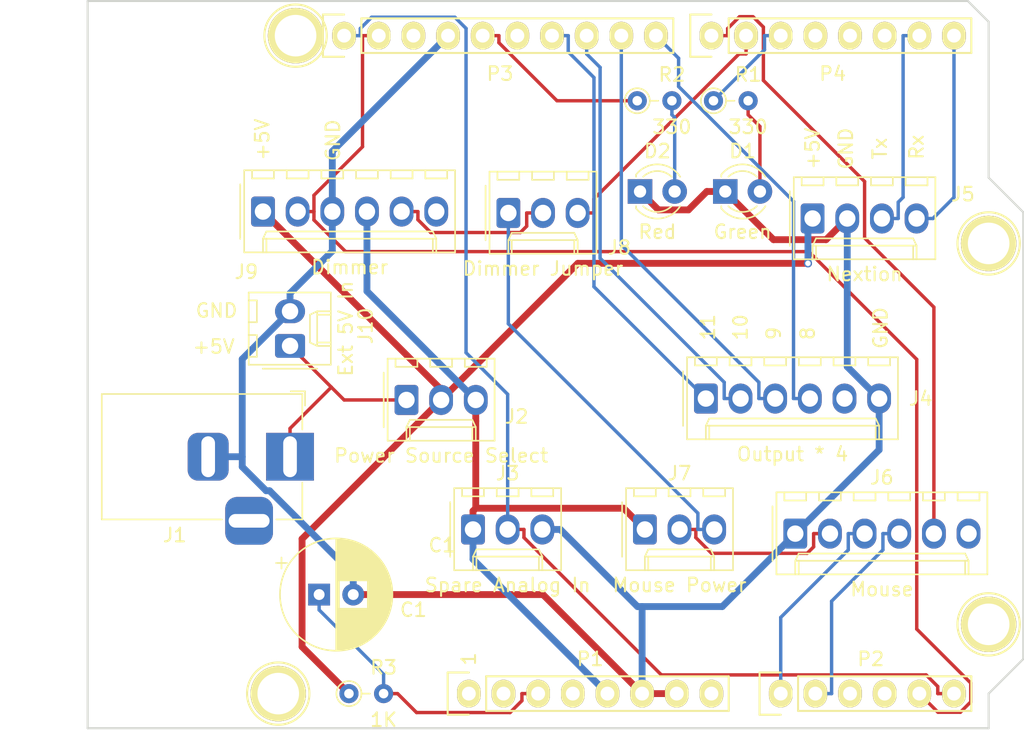
<source format=kicad_pcb>
(kicad_pcb (version 20171130) (host pcbnew "(5.1.5-0-10_14)")

  (general
    (thickness 1.6)
    (drawings 40)
    (tracks 182)
    (zones 0)
    (modules 24)
    (nets 44)
  )

  (page A4)
  (title_block
    (date "lun. 30 mars 2015")
  )

  (layers
    (0 F.Cu signal)
    (31 B.Cu signal)
    (32 B.Adhes user)
    (33 F.Adhes user)
    (34 B.Paste user)
    (35 F.Paste user)
    (36 B.SilkS user)
    (37 F.SilkS user)
    (38 B.Mask user)
    (39 F.Mask user)
    (40 Dwgs.User user)
    (41 Cmts.User user)
    (42 Eco1.User user)
    (43 Eco2.User user)
    (44 Edge.Cuts user)
    (45 Margin user)
    (46 B.CrtYd user)
    (47 F.CrtYd user)
    (48 B.Fab user)
    (49 F.Fab user)
  )

  (setup
    (last_trace_width 0.25)
    (trace_clearance 0.2)
    (zone_clearance 0.508)
    (zone_45_only no)
    (trace_min 0.2)
    (via_size 0.6)
    (via_drill 0.4)
    (via_min_size 0.4)
    (via_min_drill 0.3)
    (uvia_size 0.3)
    (uvia_drill 0.1)
    (uvias_allowed no)
    (uvia_min_size 0.2)
    (uvia_min_drill 0.1)
    (edge_width 0.15)
    (segment_width 0.15)
    (pcb_text_width 0.3)
    (pcb_text_size 1.5 1.5)
    (mod_edge_width 0.15)
    (mod_text_size 1 1)
    (mod_text_width 0.15)
    (pad_size 4.064 4.064)
    (pad_drill 3.048)
    (pad_to_mask_clearance 0)
    (aux_axis_origin 110.998 126.365)
    (grid_origin 110.998 126.365)
    (visible_elements FFFFFF7F)
    (pcbplotparams
      (layerselection 0x00030_80000001)
      (usegerberextensions false)
      (usegerberattributes false)
      (usegerberadvancedattributes false)
      (creategerberjobfile false)
      (excludeedgelayer true)
      (linewidth 0.100000)
      (plotframeref false)
      (viasonmask false)
      (mode 1)
      (useauxorigin false)
      (hpglpennumber 1)
      (hpglpenspeed 20)
      (hpglpendiameter 15.000000)
      (psnegative false)
      (psa4output false)
      (plotreference true)
      (plotvalue true)
      (plotinvisibletext false)
      (padsonsilk false)
      (subtractmaskfromsilk false)
      (outputformat 1)
      (mirror false)
      (drillshape 1)
      (scaleselection 1)
      (outputdirectory ""))
  )

  (net 0 "")
  (net 1 /IOREF)
  (net 2 /Reset)
  (net 3 +5V)
  (net 4 GND)
  (net 5 /Vin)
  (net 6 /A0)
  (net 7 /A1)
  (net 8 /A2)
  (net 9 /A3)
  (net 10 /AREF)
  (net 11 "/A4(SDA)")
  (net 12 "/A5(SCL)")
  (net 13 /8)
  (net 14 /7)
  (net 15 "/5(**)")
  (net 16 /4)
  (net 17 "/3(**)")
  (net 18 /2)
  (net 19 "/1(Tx)")
  (net 20 "/0(Rx)")
  (net 21 "Net-(P5-Pad1)")
  (net 22 "Net-(P6-Pad1)")
  (net 23 "Net-(P7-Pad1)")
  (net 24 "Net-(P8-Pad1)")
  (net 25 "/13(SCK)")
  (net 26 "Net-(P1-Pad1)")
  (net 27 +3V3)
  (net 28 "/12(MISO)")
  (net 29 "Net-(D1-Pad2)")
  (net 30 "Net-(D2-Pad2)")
  (net 31 "Net-(J1-Pad3)")
  (net 32 "Net-(J1-Pad1)")
  (net 33 +5VD)
  (net 34 "Net-(J4-Pad5)")
  (net 35 /9)
  (net 36 /10)
  (net 37 /11)
  (net 38 "Net-(J6-Pad6)")
  (net 39 "Net-(J6-Pad2)")
  (net 40 "Net-(J7-Pad3)")
  (net 41 /6)
  (net 42 "Net-(J8-Pad2)")
  (net 43 "Net-(J9-Pad6)")

  (net_class Default "This is the default net class."
    (clearance 0.2)
    (trace_width 0.25)
    (via_dia 0.6)
    (via_drill 0.4)
    (uvia_dia 0.3)
    (uvia_drill 0.1)
    (add_net +3V3)
    (add_net "/0(Rx)")
    (add_net "/1(Tx)")
    (add_net /10)
    (add_net /11)
    (add_net "/12(MISO)")
    (add_net "/13(SCK)")
    (add_net /2)
    (add_net "/3(**)")
    (add_net /4)
    (add_net "/5(**)")
    (add_net /6)
    (add_net /7)
    (add_net /8)
    (add_net /9)
    (add_net /A0)
    (add_net /A1)
    (add_net /A2)
    (add_net /A3)
    (add_net "/A4(SDA)")
    (add_net "/A5(SCL)")
    (add_net /AREF)
    (add_net /IOREF)
    (add_net /Reset)
    (add_net /Vin)
    (add_net "Net-(D1-Pad2)")
    (add_net "Net-(D2-Pad2)")
    (add_net "Net-(J1-Pad1)")
    (add_net "Net-(J1-Pad3)")
    (add_net "Net-(J4-Pad5)")
    (add_net "Net-(J6-Pad2)")
    (add_net "Net-(J6-Pad6)")
    (add_net "Net-(J7-Pad3)")
    (add_net "Net-(J8-Pad2)")
    (add_net "Net-(J9-Pad6)")
    (add_net "Net-(P1-Pad1)")
    (add_net "Net-(P5-Pad1)")
    (add_net "Net-(P6-Pad1)")
    (add_net "Net-(P7-Pad1)")
    (add_net "Net-(P8-Pad1)")
  )

  (net_class Power ""
    (clearance 0.2)
    (trace_width 0.5)
    (via_dia 0.6)
    (via_drill 0.4)
    (uvia_dia 0.3)
    (uvia_drill 0.1)
    (add_net +5V)
    (add_net +5VD)
    (add_net GND)
  )

  (module PT_Library_v001:Molex_1x02_P2.54mm_Vertical (layer F.Cu) (tedit 5B78013E) (tstamp 62BBAA91)
    (at 125.832 98.3234 90)
    (descr "Molex KK-254 Interconnect System, old/engineering part number: AE-6410-02A example for new part number: 22-27-2021, 2 Pins (http://www.molex.com/pdm_docs/sd/022272021_sd.pdf), generated with kicad-footprint-generator")
    (tags "connector Molex KK-254 side entry")
    (path /62C12E42)
    (fp_text reference J10 (at 1.4732 5.5368 90) (layer F.SilkS)
      (effects (font (size 1 1) (thickness 0.15)))
    )
    (fp_text value "Ext 5V In" (at 1.27 4.08 90) (layer F.SilkS)
      (effects (font (size 1 1) (thickness 0.15)))
    )
    (fp_text user %R (at 1.27 -2.22 90) (layer F.Fab)
      (effects (font (size 1 1) (thickness 0.15)))
    )
    (fp_line (start 4.31 -3.42) (end -1.77 -3.42) (layer F.CrtYd) (width 0.05))
    (fp_line (start 4.31 3.38) (end 4.31 -3.42) (layer F.CrtYd) (width 0.05))
    (fp_line (start -1.77 3.38) (end 4.31 3.38) (layer F.CrtYd) (width 0.05))
    (fp_line (start -1.77 -3.42) (end -1.77 3.38) (layer F.CrtYd) (width 0.05))
    (fp_line (start 3.34 -2.43) (end 3.34 -3.03) (layer F.SilkS) (width 0.12))
    (fp_line (start 1.74 -2.43) (end 3.34 -2.43) (layer F.SilkS) (width 0.12))
    (fp_line (start 1.74 -3.03) (end 1.74 -2.43) (layer F.SilkS) (width 0.12))
    (fp_line (start 0.8 -2.43) (end 0.8 -3.03) (layer F.SilkS) (width 0.12))
    (fp_line (start -0.8 -2.43) (end 0.8 -2.43) (layer F.SilkS) (width 0.12))
    (fp_line (start -0.8 -3.03) (end -0.8 -2.43) (layer F.SilkS) (width 0.12))
    (fp_line (start 2.29 2.99) (end 2.29 1.99) (layer F.SilkS) (width 0.12))
    (fp_line (start 0.25 2.99) (end 0.25 1.99) (layer F.SilkS) (width 0.12))
    (fp_line (start 2.29 1.46) (end 2.54 1.99) (layer F.SilkS) (width 0.12))
    (fp_line (start 0.25 1.46) (end 2.29 1.46) (layer F.SilkS) (width 0.12))
    (fp_line (start 0 1.99) (end 0.25 1.46) (layer F.SilkS) (width 0.12))
    (fp_line (start 2.54 1.99) (end 2.54 2.99) (layer F.SilkS) (width 0.12))
    (fp_line (start 0 1.99) (end 2.54 1.99) (layer F.SilkS) (width 0.12))
    (fp_line (start 0 2.99) (end 0 1.99) (layer F.SilkS) (width 0.12))
    (fp_line (start -0.562893 0) (end -1.27 0.5) (layer F.Fab) (width 0.1))
    (fp_line (start -1.27 -0.5) (end -0.562893 0) (layer F.Fab) (width 0.1))
    (fp_line (start -1.67 -2) (end -1.67 2) (layer F.SilkS) (width 0.12))
    (fp_line (start 3.92 -3.03) (end -1.38 -3.03) (layer F.SilkS) (width 0.12))
    (fp_line (start 3.92 2.99) (end 3.92 -3.03) (layer F.SilkS) (width 0.12))
    (fp_line (start -1.38 2.99) (end 3.92 2.99) (layer F.SilkS) (width 0.12))
    (fp_line (start -1.38 -3.03) (end -1.38 2.99) (layer F.SilkS) (width 0.12))
    (fp_line (start 3.81 -2.92) (end -1.27 -2.92) (layer F.Fab) (width 0.1))
    (fp_line (start 3.81 2.88) (end 3.81 -2.92) (layer F.Fab) (width 0.1))
    (fp_line (start -1.27 2.88) (end 3.81 2.88) (layer F.Fab) (width 0.1))
    (fp_line (start -1.27 -2.92) (end -1.27 2.88) (layer F.Fab) (width 0.1))
    (pad 2 thru_hole oval (at 2.54 0 90) (size 1.74 2.2) (drill 1.2) (layers *.Cu *.Mask)
      (net 4 GND))
    (pad 1 thru_hole roundrect (at 0 0 90) (size 1.74 2.2) (drill 1.2) (layers *.Cu *.Mask) (roundrect_rratio 0.143678)
      (net 32 "Net-(J1-Pad1)"))
    (model ${KISYS3DMOD}/Connector_Molex.3dshapes/Molex_KK-254_AE-6410-02A_1x02_P2.54mm_Vertical.wrl
      (at (xyz 0 0 0))
      (scale (xyz 1 1 1))
      (rotate (xyz 0 0 0))
    )
  )

  (module PT_Library_v001:Molex_1x03_P2.54mm_Vertical (layer F.Cu) (tedit 5B78013E) (tstamp 62BB84A1)
    (at 134.366 102.286)
    (descr "Molex KK-254 Interconnect System, old/engineering part number: AE-6410-03A example for new part number: 22-27-2031, 3 Pins (http://www.molex.com/pdm_docs/sd/022272021_sd.pdf), generated with kicad-footprint-generator")
    (tags "connector Molex KK-254 side entry")
    (path /62BE792D)
    (fp_text reference J2 (at 8.0772 1.219) (layer F.SilkS)
      (effects (font (size 1 1) (thickness 0.15)))
    )
    (fp_text value "Power Source Select" (at 2.54 4.08) (layer F.SilkS)
      (effects (font (size 1 1) (thickness 0.15)))
    )
    (fp_text user %R (at 2.54 -2.22) (layer F.Fab)
      (effects (font (size 1 1) (thickness 0.15)))
    )
    (fp_line (start 6.85 -3.42) (end -1.77 -3.42) (layer F.CrtYd) (width 0.05))
    (fp_line (start 6.85 3.38) (end 6.85 -3.42) (layer F.CrtYd) (width 0.05))
    (fp_line (start -1.77 3.38) (end 6.85 3.38) (layer F.CrtYd) (width 0.05))
    (fp_line (start -1.77 -3.42) (end -1.77 3.38) (layer F.CrtYd) (width 0.05))
    (fp_line (start 5.88 -2.43) (end 5.88 -3.03) (layer F.SilkS) (width 0.12))
    (fp_line (start 4.28 -2.43) (end 5.88 -2.43) (layer F.SilkS) (width 0.12))
    (fp_line (start 4.28 -3.03) (end 4.28 -2.43) (layer F.SilkS) (width 0.12))
    (fp_line (start 3.34 -2.43) (end 3.34 -3.03) (layer F.SilkS) (width 0.12))
    (fp_line (start 1.74 -2.43) (end 3.34 -2.43) (layer F.SilkS) (width 0.12))
    (fp_line (start 1.74 -3.03) (end 1.74 -2.43) (layer F.SilkS) (width 0.12))
    (fp_line (start 0.8 -2.43) (end 0.8 -3.03) (layer F.SilkS) (width 0.12))
    (fp_line (start -0.8 -2.43) (end 0.8 -2.43) (layer F.SilkS) (width 0.12))
    (fp_line (start -0.8 -3.03) (end -0.8 -2.43) (layer F.SilkS) (width 0.12))
    (fp_line (start 4.83 2.99) (end 4.83 1.99) (layer F.SilkS) (width 0.12))
    (fp_line (start 0.25 2.99) (end 0.25 1.99) (layer F.SilkS) (width 0.12))
    (fp_line (start 4.83 1.46) (end 5.08 1.99) (layer F.SilkS) (width 0.12))
    (fp_line (start 0.25 1.46) (end 4.83 1.46) (layer F.SilkS) (width 0.12))
    (fp_line (start 0 1.99) (end 0.25 1.46) (layer F.SilkS) (width 0.12))
    (fp_line (start 5.08 1.99) (end 5.08 2.99) (layer F.SilkS) (width 0.12))
    (fp_line (start 0 1.99) (end 5.08 1.99) (layer F.SilkS) (width 0.12))
    (fp_line (start 0 2.99) (end 0 1.99) (layer F.SilkS) (width 0.12))
    (fp_line (start -0.562893 0) (end -1.27 0.5) (layer F.Fab) (width 0.1))
    (fp_line (start -1.27 -0.5) (end -0.562893 0) (layer F.Fab) (width 0.1))
    (fp_line (start -1.67 -2) (end -1.67 2) (layer F.SilkS) (width 0.12))
    (fp_line (start 6.46 -3.03) (end -1.38 -3.03) (layer F.SilkS) (width 0.12))
    (fp_line (start 6.46 2.99) (end 6.46 -3.03) (layer F.SilkS) (width 0.12))
    (fp_line (start -1.38 2.99) (end 6.46 2.99) (layer F.SilkS) (width 0.12))
    (fp_line (start -1.38 -3.03) (end -1.38 2.99) (layer F.SilkS) (width 0.12))
    (fp_line (start 6.35 -2.92) (end -1.27 -2.92) (layer F.Fab) (width 0.1))
    (fp_line (start 6.35 2.88) (end 6.35 -2.92) (layer F.Fab) (width 0.1))
    (fp_line (start -1.27 2.88) (end 6.35 2.88) (layer F.Fab) (width 0.1))
    (fp_line (start -1.27 -2.92) (end -1.27 2.88) (layer F.Fab) (width 0.1))
    (pad 3 thru_hole oval (at 5.08 0) (size 1.74 2.2) (drill 1.2) (layers *.Cu *.Mask)
      (net 3 +5V))
    (pad 2 thru_hole oval (at 2.54 0) (size 1.74 2.2) (drill 1.2) (layers *.Cu *.Mask)
      (net 33 +5VD))
    (pad 1 thru_hole roundrect (at 0 0) (size 1.74 2.2) (drill 1.2) (layers *.Cu *.Mask) (roundrect_rratio 0.143678)
      (net 32 "Net-(J1-Pad1)"))
    (model ${KISYS3DMOD}/Connector_Molex.3dshapes/Molex_KK-254_AE-6410-03A_1x03_P2.54mm_Vertical.wrl
      (at (xyz 0 0 0))
      (scale (xyz 1 1 1))
      (rotate (xyz 0 0 0))
    )
  )

  (module PT_Library_v001:PT_R_Axial_DIN0204_L3.6mm_D1.6mm_P2.54mm_Vertical (layer F.Cu) (tedit 5AE5139B) (tstamp 62BB6110)
    (at 130.15 123.825)
    (descr "Resistor, Axial_DIN0204 series, Axial, Vertical, pin pitch=2.54mm, 0.167W, length*diameter=3.6*1.6mm^2, http://cdn-reichelt.de/documents/datenblatt/B400/1_4W%23YAG.pdf")
    (tags "Resistor Axial_DIN0204 series Axial Vertical pin pitch 2.54mm 0.167W length 3.6mm diameter 1.6mm")
    (path /62BBD65F)
    (fp_text reference R3 (at 2.54 -1.92) (layer F.SilkS)
      (effects (font (size 1 1) (thickness 0.15)))
    )
    (fp_text value 1K (at 2.54 1.92) (layer F.SilkS)
      (effects (font (size 1 1) (thickness 0.15)))
    )
    (fp_circle (center 0 0) (end 0.8 0) (layer F.Fab) (width 0.1))
    (fp_circle (center 0 0) (end 0.92 0) (layer F.SilkS) (width 0.12))
    (fp_line (start 0 0) (end 2.54 0) (layer F.Fab) (width 0.1))
    (fp_line (start 0.92 0) (end 1.54 0) (layer F.SilkS) (width 0.12))
    (fp_line (start -1.05 -1.05) (end -1.05 1.05) (layer F.CrtYd) (width 0.05))
    (fp_line (start -1.05 1.05) (end 3.49 1.05) (layer F.CrtYd) (width 0.05))
    (fp_line (start 3.49 1.05) (end 3.49 -1.05) (layer F.CrtYd) (width 0.05))
    (fp_line (start 3.49 -1.05) (end -1.05 -1.05) (layer F.CrtYd) (width 0.05))
    (fp_text user %R (at 2.54 -1.92) (layer F.Fab)
      (effects (font (size 1 1) (thickness 0.15)))
    )
    (pad 1 thru_hole circle (at 0 0) (size 1.4 1.4) (drill 0.7) (layers *.Cu *.Mask)
      (net 33 +5VD))
    (pad 2 thru_hole oval (at 2.54 0) (size 1.4 1.4) (drill 0.7) (layers *.Cu *.Mask)
      (net 2 /Reset))
    (model ${KISYS3DMOD}/Resistor_THT.3dshapes/R_Axial_DIN0204_L3.6mm_D1.6mm_P2.54mm_Vertical.wrl
      (at (xyz 0 0 0))
      (scale (xyz 1 1 1))
      (rotate (xyz 0 0 0))
    )
  )

  (module PT_Library_v001:PT_R_Axial_DIN0204_L3.6mm_D1.6mm_P2.54mm_Vertical (layer F.Cu) (tedit 5AE5139B) (tstamp 62BB6101)
    (at 151.282 80.3402)
    (descr "Resistor, Axial_DIN0204 series, Axial, Vertical, pin pitch=2.54mm, 0.167W, length*diameter=3.6*1.6mm^2, http://cdn-reichelt.de/documents/datenblatt/B400/1_4W%23YAG.pdf")
    (tags "Resistor Axial_DIN0204 series Axial Vertical pin pitch 2.54mm 0.167W length 3.6mm diameter 1.6mm")
    (path /62BB7E93)
    (fp_text reference R2 (at 2.54 -1.92) (layer F.SilkS)
      (effects (font (size 1 1) (thickness 0.15)))
    )
    (fp_text value 330 (at 2.54 1.92) (layer F.SilkS)
      (effects (font (size 1 1) (thickness 0.15)))
    )
    (fp_circle (center 0 0) (end 0.8 0) (layer F.Fab) (width 0.1))
    (fp_circle (center 0 0) (end 0.92 0) (layer F.SilkS) (width 0.12))
    (fp_line (start 0 0) (end 2.54 0) (layer F.Fab) (width 0.1))
    (fp_line (start 0.92 0) (end 1.54 0) (layer F.SilkS) (width 0.12))
    (fp_line (start -1.05 -1.05) (end -1.05 1.05) (layer F.CrtYd) (width 0.05))
    (fp_line (start -1.05 1.05) (end 3.49 1.05) (layer F.CrtYd) (width 0.05))
    (fp_line (start 3.49 1.05) (end 3.49 -1.05) (layer F.CrtYd) (width 0.05))
    (fp_line (start 3.49 -1.05) (end -1.05 -1.05) (layer F.CrtYd) (width 0.05))
    (fp_text user %R (at 2.54 -1.92) (layer F.Fab)
      (effects (font (size 1 1) (thickness 0.15)))
    )
    (pad 1 thru_hole circle (at 0 0) (size 1.4 1.4) (drill 0.7) (layers *.Cu *.Mask)
      (net 25 "/13(SCK)"))
    (pad 2 thru_hole oval (at 2.54 0) (size 1.4 1.4) (drill 0.7) (layers *.Cu *.Mask)
      (net 30 "Net-(D2-Pad2)"))
    (model ${KISYS3DMOD}/Resistor_THT.3dshapes/R_Axial_DIN0204_L3.6mm_D1.6mm_P2.54mm_Vertical.wrl
      (at (xyz 0 0 0))
      (scale (xyz 1 1 1))
      (rotate (xyz 0 0 0))
    )
  )

  (module PT_Library_v001:PT_R_Axial_DIN0204_L3.6mm_D1.6mm_P2.54mm_Vertical (layer F.Cu) (tedit 5AE5139B) (tstamp 62BB60F2)
    (at 156.87 80.3402)
    (descr "Resistor, Axial_DIN0204 series, Axial, Vertical, pin pitch=2.54mm, 0.167W, length*diameter=3.6*1.6mm^2, http://cdn-reichelt.de/documents/datenblatt/B400/1_4W%23YAG.pdf")
    (tags "Resistor Axial_DIN0204 series Axial Vertical pin pitch 2.54mm 0.167W length 3.6mm diameter 1.6mm")
    (path /62BB8564)
    (fp_text reference R1 (at 2.54 -1.92) (layer F.SilkS)
      (effects (font (size 1 1) (thickness 0.15)))
    )
    (fp_text value 330 (at 2.54 1.92) (layer F.SilkS)
      (effects (font (size 1 1) (thickness 0.15)))
    )
    (fp_circle (center 0 0) (end 0.8 0) (layer F.Fab) (width 0.1))
    (fp_circle (center 0 0) (end 0.92 0) (layer F.SilkS) (width 0.12))
    (fp_line (start 0 0) (end 2.54 0) (layer F.Fab) (width 0.1))
    (fp_line (start 0.92 0) (end 1.54 0) (layer F.SilkS) (width 0.12))
    (fp_line (start -1.05 -1.05) (end -1.05 1.05) (layer F.CrtYd) (width 0.05))
    (fp_line (start -1.05 1.05) (end 3.49 1.05) (layer F.CrtYd) (width 0.05))
    (fp_line (start 3.49 1.05) (end 3.49 -1.05) (layer F.CrtYd) (width 0.05))
    (fp_line (start 3.49 -1.05) (end -1.05 -1.05) (layer F.CrtYd) (width 0.05))
    (fp_text user %R (at 2.54 -1.92) (layer F.Fab)
      (effects (font (size 1 1) (thickness 0.15)))
    )
    (pad 1 thru_hole circle (at 0 0) (size 1.4 1.4) (drill 0.7) (layers *.Cu *.Mask)
      (net 15 "/5(**)"))
    (pad 2 thru_hole oval (at 2.54 0) (size 1.4 1.4) (drill 0.7) (layers *.Cu *.Mask)
      (net 29 "Net-(D1-Pad2)"))
    (model ${KISYS3DMOD}/Resistor_THT.3dshapes/R_Axial_DIN0204_L3.6mm_D1.6mm_P2.54mm_Vertical.wrl
      (at (xyz 0 0 0))
      (scale (xyz 1 1 1))
      (rotate (xyz 0 0 0))
    )
  )

  (module PT_Library_v001:Molex_1x06_P2.54mm_Vertical (layer F.Cu) (tedit 5B78013E) (tstamp 62BB600B)
    (at 123.85 88.4682)
    (descr "Molex KK-254 Interconnect System, old/engineering part number: AE-6410-06A example for new part number: 22-27-2061, 6 Pins (http://www.molex.com/pdm_docs/sd/022272021_sd.pdf), generated with kicad-footprint-generator")
    (tags "connector Molex KK-254 side entry")
    (path /62BD26FC)
    (fp_text reference J9 (at -1.2188 4.4196) (layer F.SilkS)
      (effects (font (size 1 1) (thickness 0.15)))
    )
    (fp_text value Dimmer (at 6.35 4.08) (layer F.SilkS)
      (effects (font (size 1 1) (thickness 0.15)))
    )
    (fp_text user %R (at 6.35 -2.22) (layer F.Fab)
      (effects (font (size 1 1) (thickness 0.15)))
    )
    (fp_line (start 14.47 -3.42) (end -1.77 -3.42) (layer F.CrtYd) (width 0.05))
    (fp_line (start 14.47 3.38) (end 14.47 -3.42) (layer F.CrtYd) (width 0.05))
    (fp_line (start -1.77 3.38) (end 14.47 3.38) (layer F.CrtYd) (width 0.05))
    (fp_line (start -1.77 -3.42) (end -1.77 3.38) (layer F.CrtYd) (width 0.05))
    (fp_line (start 13.5 -2.43) (end 13.5 -3.03) (layer F.SilkS) (width 0.12))
    (fp_line (start 11.9 -2.43) (end 13.5 -2.43) (layer F.SilkS) (width 0.12))
    (fp_line (start 11.9 -3.03) (end 11.9 -2.43) (layer F.SilkS) (width 0.12))
    (fp_line (start 10.96 -2.43) (end 10.96 -3.03) (layer F.SilkS) (width 0.12))
    (fp_line (start 9.36 -2.43) (end 10.96 -2.43) (layer F.SilkS) (width 0.12))
    (fp_line (start 9.36 -3.03) (end 9.36 -2.43) (layer F.SilkS) (width 0.12))
    (fp_line (start 8.42 -2.43) (end 8.42 -3.03) (layer F.SilkS) (width 0.12))
    (fp_line (start 6.82 -2.43) (end 8.42 -2.43) (layer F.SilkS) (width 0.12))
    (fp_line (start 6.82 -3.03) (end 6.82 -2.43) (layer F.SilkS) (width 0.12))
    (fp_line (start 5.88 -2.43) (end 5.88 -3.03) (layer F.SilkS) (width 0.12))
    (fp_line (start 4.28 -2.43) (end 5.88 -2.43) (layer F.SilkS) (width 0.12))
    (fp_line (start 4.28 -3.03) (end 4.28 -2.43) (layer F.SilkS) (width 0.12))
    (fp_line (start 3.34 -2.43) (end 3.34 -3.03) (layer F.SilkS) (width 0.12))
    (fp_line (start 1.74 -2.43) (end 3.34 -2.43) (layer F.SilkS) (width 0.12))
    (fp_line (start 1.74 -3.03) (end 1.74 -2.43) (layer F.SilkS) (width 0.12))
    (fp_line (start 0.8 -2.43) (end 0.8 -3.03) (layer F.SilkS) (width 0.12))
    (fp_line (start -0.8 -2.43) (end 0.8 -2.43) (layer F.SilkS) (width 0.12))
    (fp_line (start -0.8 -3.03) (end -0.8 -2.43) (layer F.SilkS) (width 0.12))
    (fp_line (start 12.45 2.99) (end 12.45 1.99) (layer F.SilkS) (width 0.12))
    (fp_line (start 0.25 2.99) (end 0.25 1.99) (layer F.SilkS) (width 0.12))
    (fp_line (start 12.45 1.46) (end 12.7 1.99) (layer F.SilkS) (width 0.12))
    (fp_line (start 0.25 1.46) (end 12.45 1.46) (layer F.SilkS) (width 0.12))
    (fp_line (start 0 1.99) (end 0.25 1.46) (layer F.SilkS) (width 0.12))
    (fp_line (start 12.7 1.99) (end 12.7 2.99) (layer F.SilkS) (width 0.12))
    (fp_line (start 0 1.99) (end 12.7 1.99) (layer F.SilkS) (width 0.12))
    (fp_line (start 0 2.99) (end 0 1.99) (layer F.SilkS) (width 0.12))
    (fp_line (start -0.562893 0) (end -1.27 0.5) (layer F.Fab) (width 0.1))
    (fp_line (start -1.27 -0.5) (end -0.562893 0) (layer F.Fab) (width 0.1))
    (fp_line (start -1.67 -2) (end -1.67 2) (layer F.SilkS) (width 0.12))
    (fp_line (start 14.08 -3.03) (end -1.38 -3.03) (layer F.SilkS) (width 0.12))
    (fp_line (start 14.08 2.99) (end 14.08 -3.03) (layer F.SilkS) (width 0.12))
    (fp_line (start -1.38 2.99) (end 14.08 2.99) (layer F.SilkS) (width 0.12))
    (fp_line (start -1.38 -3.03) (end -1.38 2.99) (layer F.SilkS) (width 0.12))
    (fp_line (start 13.97 -2.92) (end -1.27 -2.92) (layer F.Fab) (width 0.1))
    (fp_line (start 13.97 2.88) (end 13.97 -2.92) (layer F.Fab) (width 0.1))
    (fp_line (start -1.27 2.88) (end 13.97 2.88) (layer F.Fab) (width 0.1))
    (fp_line (start -1.27 -2.92) (end -1.27 2.88) (layer F.Fab) (width 0.1))
    (pad 6 thru_hole oval (at 12.7 0) (size 1.74 2.2) (drill 1.2) (layers *.Cu *.Mask)
      (net 43 "Net-(J9-Pad6)"))
    (pad 5 thru_hole oval (at 10.16 0) (size 1.74 2.2) (drill 1.2) (layers *.Cu *.Mask)
      (net 42 "Net-(J8-Pad2)"))
    (pad 4 thru_hole oval (at 7.62 0) (size 1.74 2.2) (drill 1.2) (layers *.Cu *.Mask)
      (net 3 +5V))
    (pad 3 thru_hole oval (at 5.08 0) (size 1.74 2.2) (drill 1.2) (layers *.Cu *.Mask)
      (net 4 GND))
    (pad 2 thru_hole oval (at 2.54 0) (size 1.74 2.2) (drill 1.2) (layers *.Cu *.Mask)
      (net 11 "/A4(SDA)"))
    (pad 1 thru_hole roundrect (at 0 0) (size 1.74 2.2) (drill 1.2) (layers *.Cu *.Mask) (roundrect_rratio 0.143678)
      (net 33 +5VD))
    (model ${KISYS3DMOD}/Connector_Molex.3dshapes/Molex_KK-254_AE-6410-06A_1x06_P2.54mm_Vertical.wrl
      (at (xyz 0 0 0))
      (scale (xyz 1 1 1))
      (rotate (xyz 0 0 0))
    )
  )

  (module PT_Library_v001:Molex_1x03_P2.54mm_Vertical (layer F.Cu) (tedit 5B78013E) (tstamp 62BB5FD7)
    (at 141.834 88.5698)
    (descr "Molex KK-254 Interconnect System, old/engineering part number: AE-6410-03A example for new part number: 22-27-2031, 3 Pins (http://www.molex.com/pdm_docs/sd/022272021_sd.pdf), generated with kicad-footprint-generator")
    (tags "connector Molex KK-254 side entry")
    (path /62BCEEB4)
    (fp_text reference J8 (at 8.1276 2.54) (layer F.SilkS)
      (effects (font (size 1 1) (thickness 0.15)))
    )
    (fp_text value "Dimmer Jumper" (at 2.54 4.08) (layer F.SilkS)
      (effects (font (size 1 1) (thickness 0.15)))
    )
    (fp_text user %R (at 2.54 -2.22) (layer F.Fab)
      (effects (font (size 1 1) (thickness 0.15)))
    )
    (fp_line (start 6.85 -3.42) (end -1.77 -3.42) (layer F.CrtYd) (width 0.05))
    (fp_line (start 6.85 3.38) (end 6.85 -3.42) (layer F.CrtYd) (width 0.05))
    (fp_line (start -1.77 3.38) (end 6.85 3.38) (layer F.CrtYd) (width 0.05))
    (fp_line (start -1.77 -3.42) (end -1.77 3.38) (layer F.CrtYd) (width 0.05))
    (fp_line (start 5.88 -2.43) (end 5.88 -3.03) (layer F.SilkS) (width 0.12))
    (fp_line (start 4.28 -2.43) (end 5.88 -2.43) (layer F.SilkS) (width 0.12))
    (fp_line (start 4.28 -3.03) (end 4.28 -2.43) (layer F.SilkS) (width 0.12))
    (fp_line (start 3.34 -2.43) (end 3.34 -3.03) (layer F.SilkS) (width 0.12))
    (fp_line (start 1.74 -2.43) (end 3.34 -2.43) (layer F.SilkS) (width 0.12))
    (fp_line (start 1.74 -3.03) (end 1.74 -2.43) (layer F.SilkS) (width 0.12))
    (fp_line (start 0.8 -2.43) (end 0.8 -3.03) (layer F.SilkS) (width 0.12))
    (fp_line (start -0.8 -2.43) (end 0.8 -2.43) (layer F.SilkS) (width 0.12))
    (fp_line (start -0.8 -3.03) (end -0.8 -2.43) (layer F.SilkS) (width 0.12))
    (fp_line (start 4.83 2.99) (end 4.83 1.99) (layer F.SilkS) (width 0.12))
    (fp_line (start 0.25 2.99) (end 0.25 1.99) (layer F.SilkS) (width 0.12))
    (fp_line (start 4.83 1.46) (end 5.08 1.99) (layer F.SilkS) (width 0.12))
    (fp_line (start 0.25 1.46) (end 4.83 1.46) (layer F.SilkS) (width 0.12))
    (fp_line (start 0 1.99) (end 0.25 1.46) (layer F.SilkS) (width 0.12))
    (fp_line (start 5.08 1.99) (end 5.08 2.99) (layer F.SilkS) (width 0.12))
    (fp_line (start 0 1.99) (end 5.08 1.99) (layer F.SilkS) (width 0.12))
    (fp_line (start 0 2.99) (end 0 1.99) (layer F.SilkS) (width 0.12))
    (fp_line (start -0.562893 0) (end -1.27 0.5) (layer F.Fab) (width 0.1))
    (fp_line (start -1.27 -0.5) (end -0.562893 0) (layer F.Fab) (width 0.1))
    (fp_line (start -1.67 -2) (end -1.67 2) (layer F.SilkS) (width 0.12))
    (fp_line (start 6.46 -3.03) (end -1.38 -3.03) (layer F.SilkS) (width 0.12))
    (fp_line (start 6.46 2.99) (end 6.46 -3.03) (layer F.SilkS) (width 0.12))
    (fp_line (start -1.38 2.99) (end 6.46 2.99) (layer F.SilkS) (width 0.12))
    (fp_line (start -1.38 -3.03) (end -1.38 2.99) (layer F.SilkS) (width 0.12))
    (fp_line (start 6.35 -2.92) (end -1.27 -2.92) (layer F.Fab) (width 0.1))
    (fp_line (start 6.35 2.88) (end 6.35 -2.92) (layer F.Fab) (width 0.1))
    (fp_line (start -1.27 2.88) (end 6.35 2.88) (layer F.Fab) (width 0.1))
    (fp_line (start -1.27 -2.92) (end -1.27 2.88) (layer F.Fab) (width 0.1))
    (pad 3 thru_hole oval (at 5.08 0) (size 1.74 2.2) (drill 1.2) (layers *.Cu *.Mask)
      (net 41 /6))
    (pad 2 thru_hole oval (at 2.54 0) (size 1.74 2.2) (drill 1.2) (layers *.Cu *.Mask)
      (net 42 "Net-(J8-Pad2)"))
    (pad 1 thru_hole roundrect (at 0 0) (size 1.74 2.2) (drill 1.2) (layers *.Cu *.Mask) (roundrect_rratio 0.143678)
      (net 40 "Net-(J7-Pad3)"))
    (model ${KISYS3DMOD}/Connector_Molex.3dshapes/Molex_KK-254_AE-6410-03A_1x03_P2.54mm_Vertical.wrl
      (at (xyz 0 0 0))
      (scale (xyz 1 1 1))
      (rotate (xyz 0 0 0))
    )
  )

  (module PT_Library_v001:Molex_1x03_P2.54mm_Vertical (layer F.Cu) (tedit 5B78013E) (tstamp 62BB5FAF)
    (at 151.841 111.785)
    (descr "Molex KK-254 Interconnect System, old/engineering part number: AE-6410-03A example for new part number: 22-27-2031, 3 Pins (http://www.molex.com/pdm_docs/sd/022272021_sd.pdf), generated with kicad-footprint-generator")
    (tags "connector Molex KK-254 side entry")
    (path /62BCC7CA)
    (fp_text reference J7 (at 2.54 -4.12) (layer F.SilkS)
      (effects (font (size 1 1) (thickness 0.15)))
    )
    (fp_text value "Mouse Power" (at 2.54 4.08) (layer F.SilkS)
      (effects (font (size 1 1) (thickness 0.15)))
    )
    (fp_text user %R (at 2.54 -2.22) (layer F.Fab)
      (effects (font (size 1 1) (thickness 0.15)))
    )
    (fp_line (start 6.85 -3.42) (end -1.77 -3.42) (layer F.CrtYd) (width 0.05))
    (fp_line (start 6.85 3.38) (end 6.85 -3.42) (layer F.CrtYd) (width 0.05))
    (fp_line (start -1.77 3.38) (end 6.85 3.38) (layer F.CrtYd) (width 0.05))
    (fp_line (start -1.77 -3.42) (end -1.77 3.38) (layer F.CrtYd) (width 0.05))
    (fp_line (start 5.88 -2.43) (end 5.88 -3.03) (layer F.SilkS) (width 0.12))
    (fp_line (start 4.28 -2.43) (end 5.88 -2.43) (layer F.SilkS) (width 0.12))
    (fp_line (start 4.28 -3.03) (end 4.28 -2.43) (layer F.SilkS) (width 0.12))
    (fp_line (start 3.34 -2.43) (end 3.34 -3.03) (layer F.SilkS) (width 0.12))
    (fp_line (start 1.74 -2.43) (end 3.34 -2.43) (layer F.SilkS) (width 0.12))
    (fp_line (start 1.74 -3.03) (end 1.74 -2.43) (layer F.SilkS) (width 0.12))
    (fp_line (start 0.8 -2.43) (end 0.8 -3.03) (layer F.SilkS) (width 0.12))
    (fp_line (start -0.8 -2.43) (end 0.8 -2.43) (layer F.SilkS) (width 0.12))
    (fp_line (start -0.8 -3.03) (end -0.8 -2.43) (layer F.SilkS) (width 0.12))
    (fp_line (start 4.83 2.99) (end 4.83 1.99) (layer F.SilkS) (width 0.12))
    (fp_line (start 0.25 2.99) (end 0.25 1.99) (layer F.SilkS) (width 0.12))
    (fp_line (start 4.83 1.46) (end 5.08 1.99) (layer F.SilkS) (width 0.12))
    (fp_line (start 0.25 1.46) (end 4.83 1.46) (layer F.SilkS) (width 0.12))
    (fp_line (start 0 1.99) (end 0.25 1.46) (layer F.SilkS) (width 0.12))
    (fp_line (start 5.08 1.99) (end 5.08 2.99) (layer F.SilkS) (width 0.12))
    (fp_line (start 0 1.99) (end 5.08 1.99) (layer F.SilkS) (width 0.12))
    (fp_line (start 0 2.99) (end 0 1.99) (layer F.SilkS) (width 0.12))
    (fp_line (start -0.562893 0) (end -1.27 0.5) (layer F.Fab) (width 0.1))
    (fp_line (start -1.27 -0.5) (end -0.562893 0) (layer F.Fab) (width 0.1))
    (fp_line (start -1.67 -2) (end -1.67 2) (layer F.SilkS) (width 0.12))
    (fp_line (start 6.46 -3.03) (end -1.38 -3.03) (layer F.SilkS) (width 0.12))
    (fp_line (start 6.46 2.99) (end 6.46 -3.03) (layer F.SilkS) (width 0.12))
    (fp_line (start -1.38 2.99) (end 6.46 2.99) (layer F.SilkS) (width 0.12))
    (fp_line (start -1.38 -3.03) (end -1.38 2.99) (layer F.SilkS) (width 0.12))
    (fp_line (start 6.35 -2.92) (end -1.27 -2.92) (layer F.Fab) (width 0.1))
    (fp_line (start 6.35 2.88) (end 6.35 -2.92) (layer F.Fab) (width 0.1))
    (fp_line (start -1.27 2.88) (end 6.35 2.88) (layer F.Fab) (width 0.1))
    (fp_line (start -1.27 -2.92) (end -1.27 2.88) (layer F.Fab) (width 0.1))
    (pad 3 thru_hole oval (at 5.08 0) (size 1.74 2.2) (drill 1.2) (layers *.Cu *.Mask)
      (net 40 "Net-(J7-Pad3)"))
    (pad 2 thru_hole oval (at 2.54 0) (size 1.74 2.2) (drill 1.2) (layers *.Cu *.Mask)
      (net 39 "Net-(J6-Pad2)"))
    (pad 1 thru_hole roundrect (at 0 0) (size 1.74 2.2) (drill 1.2) (layers *.Cu *.Mask) (roundrect_rratio 0.143678)
      (net 3 +5V))
    (model ${KISYS3DMOD}/Connector_Molex.3dshapes/Molex_KK-254_AE-6410-03A_1x03_P2.54mm_Vertical.wrl
      (at (xyz 0 0 0))
      (scale (xyz 1 1 1))
      (rotate (xyz 0 0 0))
    )
  )

  (module PT_Library_v001:Molex_1x06_P2.54mm_Vertical (layer F.Cu) (tedit 5B78013E) (tstamp 62BB5F87)
    (at 162.865 112.09)
    (descr "Molex KK-254 Interconnect System, old/engineering part number: AE-6410-06A example for new part number: 22-27-2061, 6 Pins (http://www.molex.com/pdm_docs/sd/022272021_sd.pdf), generated with kicad-footprint-generator")
    (tags "connector Molex KK-254 side entry")
    (path /62BC7C18)
    (fp_text reference J6 (at 6.35 -4.12) (layer F.SilkS)
      (effects (font (size 1 1) (thickness 0.15)))
    )
    (fp_text value Mouse (at 6.35 4.08) (layer F.SilkS)
      (effects (font (size 1 1) (thickness 0.15)))
    )
    (fp_text user %R (at 6.35 -2.22) (layer F.Fab)
      (effects (font (size 1 1) (thickness 0.15)))
    )
    (fp_line (start 14.47 -3.42) (end -1.77 -3.42) (layer F.CrtYd) (width 0.05))
    (fp_line (start 14.47 3.38) (end 14.47 -3.42) (layer F.CrtYd) (width 0.05))
    (fp_line (start -1.77 3.38) (end 14.47 3.38) (layer F.CrtYd) (width 0.05))
    (fp_line (start -1.77 -3.42) (end -1.77 3.38) (layer F.CrtYd) (width 0.05))
    (fp_line (start 13.5 -2.43) (end 13.5 -3.03) (layer F.SilkS) (width 0.12))
    (fp_line (start 11.9 -2.43) (end 13.5 -2.43) (layer F.SilkS) (width 0.12))
    (fp_line (start 11.9 -3.03) (end 11.9 -2.43) (layer F.SilkS) (width 0.12))
    (fp_line (start 10.96 -2.43) (end 10.96 -3.03) (layer F.SilkS) (width 0.12))
    (fp_line (start 9.36 -2.43) (end 10.96 -2.43) (layer F.SilkS) (width 0.12))
    (fp_line (start 9.36 -3.03) (end 9.36 -2.43) (layer F.SilkS) (width 0.12))
    (fp_line (start 8.42 -2.43) (end 8.42 -3.03) (layer F.SilkS) (width 0.12))
    (fp_line (start 6.82 -2.43) (end 8.42 -2.43) (layer F.SilkS) (width 0.12))
    (fp_line (start 6.82 -3.03) (end 6.82 -2.43) (layer F.SilkS) (width 0.12))
    (fp_line (start 5.88 -2.43) (end 5.88 -3.03) (layer F.SilkS) (width 0.12))
    (fp_line (start 4.28 -2.43) (end 5.88 -2.43) (layer F.SilkS) (width 0.12))
    (fp_line (start 4.28 -3.03) (end 4.28 -2.43) (layer F.SilkS) (width 0.12))
    (fp_line (start 3.34 -2.43) (end 3.34 -3.03) (layer F.SilkS) (width 0.12))
    (fp_line (start 1.74 -2.43) (end 3.34 -2.43) (layer F.SilkS) (width 0.12))
    (fp_line (start 1.74 -3.03) (end 1.74 -2.43) (layer F.SilkS) (width 0.12))
    (fp_line (start 0.8 -2.43) (end 0.8 -3.03) (layer F.SilkS) (width 0.12))
    (fp_line (start -0.8 -2.43) (end 0.8 -2.43) (layer F.SilkS) (width 0.12))
    (fp_line (start -0.8 -3.03) (end -0.8 -2.43) (layer F.SilkS) (width 0.12))
    (fp_line (start 12.45 2.99) (end 12.45 1.99) (layer F.SilkS) (width 0.12))
    (fp_line (start 0.25 2.99) (end 0.25 1.99) (layer F.SilkS) (width 0.12))
    (fp_line (start 12.45 1.46) (end 12.7 1.99) (layer F.SilkS) (width 0.12))
    (fp_line (start 0.25 1.46) (end 12.45 1.46) (layer F.SilkS) (width 0.12))
    (fp_line (start 0 1.99) (end 0.25 1.46) (layer F.SilkS) (width 0.12))
    (fp_line (start 12.7 1.99) (end 12.7 2.99) (layer F.SilkS) (width 0.12))
    (fp_line (start 0 1.99) (end 12.7 1.99) (layer F.SilkS) (width 0.12))
    (fp_line (start 0 2.99) (end 0 1.99) (layer F.SilkS) (width 0.12))
    (fp_line (start -0.562893 0) (end -1.27 0.5) (layer F.Fab) (width 0.1))
    (fp_line (start -1.27 -0.5) (end -0.562893 0) (layer F.Fab) (width 0.1))
    (fp_line (start -1.67 -2) (end -1.67 2) (layer F.SilkS) (width 0.12))
    (fp_line (start 14.08 -3.03) (end -1.38 -3.03) (layer F.SilkS) (width 0.12))
    (fp_line (start 14.08 2.99) (end 14.08 -3.03) (layer F.SilkS) (width 0.12))
    (fp_line (start -1.38 2.99) (end 14.08 2.99) (layer F.SilkS) (width 0.12))
    (fp_line (start -1.38 -3.03) (end -1.38 2.99) (layer F.SilkS) (width 0.12))
    (fp_line (start 13.97 -2.92) (end -1.27 -2.92) (layer F.Fab) (width 0.1))
    (fp_line (start 13.97 2.88) (end 13.97 -2.92) (layer F.Fab) (width 0.1))
    (fp_line (start -1.27 2.88) (end 13.97 2.88) (layer F.Fab) (width 0.1))
    (fp_line (start -1.27 -2.92) (end -1.27 2.88) (layer F.Fab) (width 0.1))
    (pad 6 thru_hole oval (at 12.7 0) (size 1.74 2.2) (drill 1.2) (layers *.Cu *.Mask)
      (net 38 "Net-(J6-Pad6)"))
    (pad 5 thru_hole oval (at 10.16 0) (size 1.74 2.2) (drill 1.2) (layers *.Cu *.Mask)
      (net 14 /7))
    (pad 4 thru_hole oval (at 7.62 0) (size 1.74 2.2) (drill 1.2) (layers *.Cu *.Mask)
      (net 7 /A1))
    (pad 3 thru_hole oval (at 5.08 0) (size 1.74 2.2) (drill 1.2) (layers *.Cu *.Mask)
      (net 6 /A0))
    (pad 2 thru_hole oval (at 2.54 0) (size 1.74 2.2) (drill 1.2) (layers *.Cu *.Mask)
      (net 39 "Net-(J6-Pad2)"))
    (pad 1 thru_hole roundrect (at 0 0) (size 1.74 2.2) (drill 1.2) (layers *.Cu *.Mask) (roundrect_rratio 0.143678)
      (net 4 GND))
    (model ${KISYS3DMOD}/Connector_Molex.3dshapes/Molex_KK-254_AE-6410-06A_1x06_P2.54mm_Vertical.wrl
      (at (xyz 0 0 0))
      (scale (xyz 1 1 1))
      (rotate (xyz 0 0 0))
    )
  )

  (module PT_Library_v001:Molex_1x04_P2.54mm_Vertical (layer F.Cu) (tedit 5B78013E) (tstamp 62BB5F53)
    (at 164.135 88.9762)
    (descr "Molex KK-254 Interconnect System, old/engineering part number: AE-6410-04A example for new part number: 22-27-2041, 4 Pins (http://www.molex.com/pdm_docs/sd/022272021_sd.pdf), generated with kicad-footprint-generator")
    (tags "connector Molex KK-254 side entry")
    (path /62BC4634)
    (fp_text reference J5 (at 11.0234 -1.778) (layer F.SilkS)
      (effects (font (size 1 1) (thickness 0.15)))
    )
    (fp_text value Nextion (at 3.81 4.08) (layer F.SilkS)
      (effects (font (size 1 1) (thickness 0.15)))
    )
    (fp_text user %R (at 3.81 -2.22) (layer F.Fab)
      (effects (font (size 1 1) (thickness 0.15)))
    )
    (fp_line (start 9.39 -3.42) (end -1.77 -3.42) (layer F.CrtYd) (width 0.05))
    (fp_line (start 9.39 3.38) (end 9.39 -3.42) (layer F.CrtYd) (width 0.05))
    (fp_line (start -1.77 3.38) (end 9.39 3.38) (layer F.CrtYd) (width 0.05))
    (fp_line (start -1.77 -3.42) (end -1.77 3.38) (layer F.CrtYd) (width 0.05))
    (fp_line (start 8.42 -2.43) (end 8.42 -3.03) (layer F.SilkS) (width 0.12))
    (fp_line (start 6.82 -2.43) (end 8.42 -2.43) (layer F.SilkS) (width 0.12))
    (fp_line (start 6.82 -3.03) (end 6.82 -2.43) (layer F.SilkS) (width 0.12))
    (fp_line (start 5.88 -2.43) (end 5.88 -3.03) (layer F.SilkS) (width 0.12))
    (fp_line (start 4.28 -2.43) (end 5.88 -2.43) (layer F.SilkS) (width 0.12))
    (fp_line (start 4.28 -3.03) (end 4.28 -2.43) (layer F.SilkS) (width 0.12))
    (fp_line (start 3.34 -2.43) (end 3.34 -3.03) (layer F.SilkS) (width 0.12))
    (fp_line (start 1.74 -2.43) (end 3.34 -2.43) (layer F.SilkS) (width 0.12))
    (fp_line (start 1.74 -3.03) (end 1.74 -2.43) (layer F.SilkS) (width 0.12))
    (fp_line (start 0.8 -2.43) (end 0.8 -3.03) (layer F.SilkS) (width 0.12))
    (fp_line (start -0.8 -2.43) (end 0.8 -2.43) (layer F.SilkS) (width 0.12))
    (fp_line (start -0.8 -3.03) (end -0.8 -2.43) (layer F.SilkS) (width 0.12))
    (fp_line (start 7.37 2.99) (end 7.37 1.99) (layer F.SilkS) (width 0.12))
    (fp_line (start 0.25 2.99) (end 0.25 1.99) (layer F.SilkS) (width 0.12))
    (fp_line (start 7.37 1.46) (end 7.62 1.99) (layer F.SilkS) (width 0.12))
    (fp_line (start 0.25 1.46) (end 7.37 1.46) (layer F.SilkS) (width 0.12))
    (fp_line (start 0 1.99) (end 0.25 1.46) (layer F.SilkS) (width 0.12))
    (fp_line (start 7.62 1.99) (end 7.62 2.99) (layer F.SilkS) (width 0.12))
    (fp_line (start 0 1.99) (end 7.62 1.99) (layer F.SilkS) (width 0.12))
    (fp_line (start 0 2.99) (end 0 1.99) (layer F.SilkS) (width 0.12))
    (fp_line (start -0.562893 0) (end -1.27 0.5) (layer F.Fab) (width 0.1))
    (fp_line (start -1.27 -0.5) (end -0.562893 0) (layer F.Fab) (width 0.1))
    (fp_line (start -1.67 -2) (end -1.67 2) (layer F.SilkS) (width 0.12))
    (fp_line (start 9 -3.03) (end -1.38 -3.03) (layer F.SilkS) (width 0.12))
    (fp_line (start 9 2.99) (end 9 -3.03) (layer F.SilkS) (width 0.12))
    (fp_line (start -1.38 2.99) (end 9 2.99) (layer F.SilkS) (width 0.12))
    (fp_line (start -1.38 -3.03) (end -1.38 2.99) (layer F.SilkS) (width 0.12))
    (fp_line (start 8.89 -2.92) (end -1.27 -2.92) (layer F.Fab) (width 0.1))
    (fp_line (start 8.89 2.88) (end 8.89 -2.92) (layer F.Fab) (width 0.1))
    (fp_line (start -1.27 2.88) (end 8.89 2.88) (layer F.Fab) (width 0.1))
    (fp_line (start -1.27 -2.92) (end -1.27 2.88) (layer F.Fab) (width 0.1))
    (pad 4 thru_hole oval (at 7.62 0) (size 1.74 2.2) (drill 1.2) (layers *.Cu *.Mask)
      (net 20 "/0(Rx)"))
    (pad 3 thru_hole oval (at 5.08 0) (size 1.74 2.2) (drill 1.2) (layers *.Cu *.Mask)
      (net 19 "/1(Tx)"))
    (pad 2 thru_hole oval (at 2.54 0) (size 1.74 2.2) (drill 1.2) (layers *.Cu *.Mask)
      (net 4 GND))
    (pad 1 thru_hole roundrect (at 0 0) (size 1.74 2.2) (drill 1.2) (layers *.Cu *.Mask) (roundrect_rratio 0.143678)
      (net 33 +5VD))
    (model ${KISYS3DMOD}/Connector_Molex.3dshapes/Molex_KK-254_AE-6410-04A_1x04_P2.54mm_Vertical.wrl
      (at (xyz 0 0 0))
      (scale (xyz 1 1 1))
      (rotate (xyz 0 0 0))
    )
  )

  (module PT_Library_v001:Molex_1x06_P2.54mm_Vertical (layer F.Cu) (tedit 5B78013E) (tstamp 62BB5F27)
    (at 156.312 102.184)
    (descr "Molex KK-254 Interconnect System, old/engineering part number: AE-6410-06A example for new part number: 22-27-2061, 6 Pins (http://www.molex.com/pdm_docs/sd/022272021_sd.pdf), generated with kicad-footprint-generator")
    (tags "connector Molex KK-254 side entry")
    (path /62BC06B0)
    (fp_text reference J4 (at 15.7476 0.0002) (layer F.SilkS)
      (effects (font (size 1 1) (thickness 0.15)))
    )
    (fp_text value "Output * 4" (at 6.35 4.08) (layer F.SilkS)
      (effects (font (size 1 1) (thickness 0.15)))
    )
    (fp_text user %R (at 6.35 -2.22) (layer F.Fab)
      (effects (font (size 1 1) (thickness 0.15)))
    )
    (fp_line (start 14.47 -3.42) (end -1.77 -3.42) (layer F.CrtYd) (width 0.05))
    (fp_line (start 14.47 3.38) (end 14.47 -3.42) (layer F.CrtYd) (width 0.05))
    (fp_line (start -1.77 3.38) (end 14.47 3.38) (layer F.CrtYd) (width 0.05))
    (fp_line (start -1.77 -3.42) (end -1.77 3.38) (layer F.CrtYd) (width 0.05))
    (fp_line (start 13.5 -2.43) (end 13.5 -3.03) (layer F.SilkS) (width 0.12))
    (fp_line (start 11.9 -2.43) (end 13.5 -2.43) (layer F.SilkS) (width 0.12))
    (fp_line (start 11.9 -3.03) (end 11.9 -2.43) (layer F.SilkS) (width 0.12))
    (fp_line (start 10.96 -2.43) (end 10.96 -3.03) (layer F.SilkS) (width 0.12))
    (fp_line (start 9.36 -2.43) (end 10.96 -2.43) (layer F.SilkS) (width 0.12))
    (fp_line (start 9.36 -3.03) (end 9.36 -2.43) (layer F.SilkS) (width 0.12))
    (fp_line (start 8.42 -2.43) (end 8.42 -3.03) (layer F.SilkS) (width 0.12))
    (fp_line (start 6.82 -2.43) (end 8.42 -2.43) (layer F.SilkS) (width 0.12))
    (fp_line (start 6.82 -3.03) (end 6.82 -2.43) (layer F.SilkS) (width 0.12))
    (fp_line (start 5.88 -2.43) (end 5.88 -3.03) (layer F.SilkS) (width 0.12))
    (fp_line (start 4.28 -2.43) (end 5.88 -2.43) (layer F.SilkS) (width 0.12))
    (fp_line (start 4.28 -3.03) (end 4.28 -2.43) (layer F.SilkS) (width 0.12))
    (fp_line (start 3.34 -2.43) (end 3.34 -3.03) (layer F.SilkS) (width 0.12))
    (fp_line (start 1.74 -2.43) (end 3.34 -2.43) (layer F.SilkS) (width 0.12))
    (fp_line (start 1.74 -3.03) (end 1.74 -2.43) (layer F.SilkS) (width 0.12))
    (fp_line (start 0.8 -2.43) (end 0.8 -3.03) (layer F.SilkS) (width 0.12))
    (fp_line (start -0.8 -2.43) (end 0.8 -2.43) (layer F.SilkS) (width 0.12))
    (fp_line (start -0.8 -3.03) (end -0.8 -2.43) (layer F.SilkS) (width 0.12))
    (fp_line (start 12.45 2.99) (end 12.45 1.99) (layer F.SilkS) (width 0.12))
    (fp_line (start 0.25 2.99) (end 0.25 1.99) (layer F.SilkS) (width 0.12))
    (fp_line (start 12.45 1.46) (end 12.7 1.99) (layer F.SilkS) (width 0.12))
    (fp_line (start 0.25 1.46) (end 12.45 1.46) (layer F.SilkS) (width 0.12))
    (fp_line (start 0 1.99) (end 0.25 1.46) (layer F.SilkS) (width 0.12))
    (fp_line (start 12.7 1.99) (end 12.7 2.99) (layer F.SilkS) (width 0.12))
    (fp_line (start 0 1.99) (end 12.7 1.99) (layer F.SilkS) (width 0.12))
    (fp_line (start 0 2.99) (end 0 1.99) (layer F.SilkS) (width 0.12))
    (fp_line (start -0.562893 0) (end -1.27 0.5) (layer F.Fab) (width 0.1))
    (fp_line (start -1.27 -0.5) (end -0.562893 0) (layer F.Fab) (width 0.1))
    (fp_line (start -1.67 -2) (end -1.67 2) (layer F.SilkS) (width 0.12))
    (fp_line (start 14.08 -3.03) (end -1.38 -3.03) (layer F.SilkS) (width 0.12))
    (fp_line (start 14.08 2.99) (end 14.08 -3.03) (layer F.SilkS) (width 0.12))
    (fp_line (start -1.38 2.99) (end 14.08 2.99) (layer F.SilkS) (width 0.12))
    (fp_line (start -1.38 -3.03) (end -1.38 2.99) (layer F.SilkS) (width 0.12))
    (fp_line (start 13.97 -2.92) (end -1.27 -2.92) (layer F.Fab) (width 0.1))
    (fp_line (start 13.97 2.88) (end 13.97 -2.92) (layer F.Fab) (width 0.1))
    (fp_line (start -1.27 2.88) (end 13.97 2.88) (layer F.Fab) (width 0.1))
    (fp_line (start -1.27 -2.92) (end -1.27 2.88) (layer F.Fab) (width 0.1))
    (pad 6 thru_hole oval (at 12.7 0) (size 1.74 2.2) (drill 1.2) (layers *.Cu *.Mask)
      (net 4 GND))
    (pad 5 thru_hole oval (at 10.16 0) (size 1.74 2.2) (drill 1.2) (layers *.Cu *.Mask)
      (net 34 "Net-(J4-Pad5)"))
    (pad 4 thru_hole oval (at 7.62 0) (size 1.74 2.2) (drill 1.2) (layers *.Cu *.Mask)
      (net 13 /8))
    (pad 3 thru_hole oval (at 5.08 0) (size 1.74 2.2) (drill 1.2) (layers *.Cu *.Mask)
      (net 35 /9))
    (pad 2 thru_hole oval (at 2.54 0) (size 1.74 2.2) (drill 1.2) (layers *.Cu *.Mask)
      (net 36 /10))
    (pad 1 thru_hole roundrect (at 0 0) (size 1.74 2.2) (drill 1.2) (layers *.Cu *.Mask) (roundrect_rratio 0.143678)
      (net 37 /11))
    (model ${KISYS3DMOD}/Connector_Molex.3dshapes/Molex_KK-254_AE-6410-06A_1x06_P2.54mm_Vertical.wrl
      (at (xyz 0 0 0))
      (scale (xyz 1 1 1))
      (rotate (xyz 0 0 0))
    )
  )

  (module PT_Library_v001:Molex_1x03_P2.54mm_Vertical (layer F.Cu) (tedit 5B78013E) (tstamp 62BB5EF3)
    (at 139.243 111.785)
    (descr "Molex KK-254 Interconnect System, old/engineering part number: AE-6410-03A example for new part number: 22-27-2031, 3 Pins (http://www.molex.com/pdm_docs/sd/022272021_sd.pdf), generated with kicad-footprint-generator")
    (tags "connector Molex KK-254 side entry")
    (path /62BBC01C)
    (fp_text reference J3 (at 2.54 -4.12) (layer F.SilkS)
      (effects (font (size 1 1) (thickness 0.15)))
    )
    (fp_text value "Spare Analog In" (at 2.54 4.08) (layer F.SilkS)
      (effects (font (size 1 1) (thickness 0.15)))
    )
    (fp_text user %R (at 2.54 -2.22) (layer F.Fab)
      (effects (font (size 1 1) (thickness 0.15)))
    )
    (fp_line (start 6.85 -3.42) (end -1.77 -3.42) (layer F.CrtYd) (width 0.05))
    (fp_line (start 6.85 3.38) (end 6.85 -3.42) (layer F.CrtYd) (width 0.05))
    (fp_line (start -1.77 3.38) (end 6.85 3.38) (layer F.CrtYd) (width 0.05))
    (fp_line (start -1.77 -3.42) (end -1.77 3.38) (layer F.CrtYd) (width 0.05))
    (fp_line (start 5.88 -2.43) (end 5.88 -3.03) (layer F.SilkS) (width 0.12))
    (fp_line (start 4.28 -2.43) (end 5.88 -2.43) (layer F.SilkS) (width 0.12))
    (fp_line (start 4.28 -3.03) (end 4.28 -2.43) (layer F.SilkS) (width 0.12))
    (fp_line (start 3.34 -2.43) (end 3.34 -3.03) (layer F.SilkS) (width 0.12))
    (fp_line (start 1.74 -2.43) (end 3.34 -2.43) (layer F.SilkS) (width 0.12))
    (fp_line (start 1.74 -3.03) (end 1.74 -2.43) (layer F.SilkS) (width 0.12))
    (fp_line (start 0.8 -2.43) (end 0.8 -3.03) (layer F.SilkS) (width 0.12))
    (fp_line (start -0.8 -2.43) (end 0.8 -2.43) (layer F.SilkS) (width 0.12))
    (fp_line (start -0.8 -3.03) (end -0.8 -2.43) (layer F.SilkS) (width 0.12))
    (fp_line (start 4.83 2.99) (end 4.83 1.99) (layer F.SilkS) (width 0.12))
    (fp_line (start 0.25 2.99) (end 0.25 1.99) (layer F.SilkS) (width 0.12))
    (fp_line (start 4.83 1.46) (end 5.08 1.99) (layer F.SilkS) (width 0.12))
    (fp_line (start 0.25 1.46) (end 4.83 1.46) (layer F.SilkS) (width 0.12))
    (fp_line (start 0 1.99) (end 0.25 1.46) (layer F.SilkS) (width 0.12))
    (fp_line (start 5.08 1.99) (end 5.08 2.99) (layer F.SilkS) (width 0.12))
    (fp_line (start 0 1.99) (end 5.08 1.99) (layer F.SilkS) (width 0.12))
    (fp_line (start 0 2.99) (end 0 1.99) (layer F.SilkS) (width 0.12))
    (fp_line (start -0.562893 0) (end -1.27 0.5) (layer F.Fab) (width 0.1))
    (fp_line (start -1.27 -0.5) (end -0.562893 0) (layer F.Fab) (width 0.1))
    (fp_line (start -1.67 -2) (end -1.67 2) (layer F.SilkS) (width 0.12))
    (fp_line (start 6.46 -3.03) (end -1.38 -3.03) (layer F.SilkS) (width 0.12))
    (fp_line (start 6.46 2.99) (end 6.46 -3.03) (layer F.SilkS) (width 0.12))
    (fp_line (start -1.38 2.99) (end 6.46 2.99) (layer F.SilkS) (width 0.12))
    (fp_line (start -1.38 -3.03) (end -1.38 2.99) (layer F.SilkS) (width 0.12))
    (fp_line (start 6.35 -2.92) (end -1.27 -2.92) (layer F.Fab) (width 0.1))
    (fp_line (start 6.35 2.88) (end 6.35 -2.92) (layer F.Fab) (width 0.1))
    (fp_line (start -1.27 2.88) (end 6.35 2.88) (layer F.Fab) (width 0.1))
    (fp_line (start -1.27 -2.92) (end -1.27 2.88) (layer F.Fab) (width 0.1))
    (pad 3 thru_hole oval (at 5.08 0) (size 1.74 2.2) (drill 1.2) (layers *.Cu *.Mask)
      (net 4 GND))
    (pad 2 thru_hole oval (at 2.54 0) (size 1.74 2.2) (drill 1.2) (layers *.Cu *.Mask)
      (net 12 "/A5(SCL)"))
    (pad 1 thru_hole roundrect (at 0 0) (size 1.74 2.2) (drill 1.2) (layers *.Cu *.Mask) (roundrect_rratio 0.143678)
      (net 3 +5V))
    (model ${KISYS3DMOD}/Connector_Molex.3dshapes/Molex_KK-254_AE-6410-03A_1x03_P2.54mm_Vertical.wrl
      (at (xyz 0 0 0))
      (scale (xyz 1 1 1))
      (rotate (xyz 0 0 0))
    )
  )

  (module Connector_BarrelJack:BarrelJack_Horizontal (layer F.Cu) (tedit 5A1DBF6A) (tstamp 62BB5E97)
    (at 125.832 106.451)
    (descr "DC Barrel Jack")
    (tags "Power Jack")
    (path /62BEC225)
    (fp_text reference J1 (at -8.45 5.75) (layer F.SilkS)
      (effects (font (size 1 1) (thickness 0.15)))
    )
    (fp_text value "Ext 5V In" (at -6.2 -5.5) (layer F.Fab)
      (effects (font (size 1 1) (thickness 0.15)))
    )
    (fp_line (start 0 -4.5) (end -13.7 -4.5) (layer F.Fab) (width 0.1))
    (fp_line (start 0.8 4.5) (end 0.8 -3.75) (layer F.Fab) (width 0.1))
    (fp_line (start -13.7 4.5) (end 0.8 4.5) (layer F.Fab) (width 0.1))
    (fp_line (start -13.7 -4.5) (end -13.7 4.5) (layer F.Fab) (width 0.1))
    (fp_line (start -10.2 -4.5) (end -10.2 4.5) (layer F.Fab) (width 0.1))
    (fp_line (start 0.9 -4.6) (end 0.9 -2) (layer F.SilkS) (width 0.12))
    (fp_line (start -13.8 -4.6) (end 0.9 -4.6) (layer F.SilkS) (width 0.12))
    (fp_line (start 0.9 4.6) (end -1 4.6) (layer F.SilkS) (width 0.12))
    (fp_line (start 0.9 1.9) (end 0.9 4.6) (layer F.SilkS) (width 0.12))
    (fp_line (start -13.8 4.6) (end -13.8 -4.6) (layer F.SilkS) (width 0.12))
    (fp_line (start -5 4.6) (end -13.8 4.6) (layer F.SilkS) (width 0.12))
    (fp_line (start -14 4.75) (end -14 -4.75) (layer F.CrtYd) (width 0.05))
    (fp_line (start -5 4.75) (end -14 4.75) (layer F.CrtYd) (width 0.05))
    (fp_line (start -5 6.75) (end -5 4.75) (layer F.CrtYd) (width 0.05))
    (fp_line (start -1 6.75) (end -5 6.75) (layer F.CrtYd) (width 0.05))
    (fp_line (start -1 4.75) (end -1 6.75) (layer F.CrtYd) (width 0.05))
    (fp_line (start 1 4.75) (end -1 4.75) (layer F.CrtYd) (width 0.05))
    (fp_line (start 1 2) (end 1 4.75) (layer F.CrtYd) (width 0.05))
    (fp_line (start 2 2) (end 1 2) (layer F.CrtYd) (width 0.05))
    (fp_line (start 2 -2) (end 2 2) (layer F.CrtYd) (width 0.05))
    (fp_line (start 1 -2) (end 2 -2) (layer F.CrtYd) (width 0.05))
    (fp_line (start 1 -4.5) (end 1 -2) (layer F.CrtYd) (width 0.05))
    (fp_line (start 1 -4.75) (end -14 -4.75) (layer F.CrtYd) (width 0.05))
    (fp_line (start 1 -4.5) (end 1 -4.75) (layer F.CrtYd) (width 0.05))
    (fp_line (start 0.05 -4.8) (end 1.1 -4.8) (layer F.SilkS) (width 0.12))
    (fp_line (start 1.1 -3.75) (end 1.1 -4.8) (layer F.SilkS) (width 0.12))
    (fp_line (start -0.003213 -4.505425) (end 0.8 -3.75) (layer F.Fab) (width 0.1))
    (fp_text user %R (at -3 -2.95) (layer F.Fab)
      (effects (font (size 1 1) (thickness 0.15)))
    )
    (pad 3 thru_hole roundrect (at -3 4.7) (size 3.5 3.5) (drill oval 3 1) (layers *.Cu *.Mask) (roundrect_rratio 0.25)
      (net 31 "Net-(J1-Pad3)"))
    (pad 2 thru_hole roundrect (at -6 0) (size 3 3.5) (drill oval 1 3) (layers *.Cu *.Mask) (roundrect_rratio 0.25)
      (net 4 GND))
    (pad 1 thru_hole rect (at 0 0) (size 3.5 3.5) (drill oval 1 3) (layers *.Cu *.Mask)
      (net 32 "Net-(J1-Pad1)"))
    (model ${KISYS3DMOD}/Connector_BarrelJack.3dshapes/BarrelJack_Horizontal.wrl
      (at (xyz 0 0 0))
      (scale (xyz 1 1 1))
      (rotate (xyz 0 0 0))
    )
  )

  (module LED_THT:LED_D3.0mm (layer F.Cu) (tedit 587A3A7B) (tstamp 62BB5E74)
    (at 151.486 86.995)
    (descr "LED, diameter 3.0mm, 2 pins")
    (tags "LED diameter 3.0mm 2 pins")
    (path /62BB6AE6)
    (fp_text reference D2 (at 1.27 -2.96) (layer F.SilkS)
      (effects (font (size 1 1) (thickness 0.15)))
    )
    (fp_text value Red (at 1.27 2.96) (layer F.SilkS)
      (effects (font (size 1 1) (thickness 0.15)))
    )
    (fp_line (start 3.7 -2.25) (end -1.15 -2.25) (layer F.CrtYd) (width 0.05))
    (fp_line (start 3.7 2.25) (end 3.7 -2.25) (layer F.CrtYd) (width 0.05))
    (fp_line (start -1.15 2.25) (end 3.7 2.25) (layer F.CrtYd) (width 0.05))
    (fp_line (start -1.15 -2.25) (end -1.15 2.25) (layer F.CrtYd) (width 0.05))
    (fp_line (start -0.29 1.08) (end -0.29 1.236) (layer F.SilkS) (width 0.12))
    (fp_line (start -0.29 -1.236) (end -0.29 -1.08) (layer F.SilkS) (width 0.12))
    (fp_line (start -0.23 -1.16619) (end -0.23 1.16619) (layer F.Fab) (width 0.1))
    (fp_circle (center 1.27 0) (end 2.77 0) (layer F.Fab) (width 0.1))
    (fp_arc (start 1.27 0) (end 0.229039 1.08) (angle -87.9) (layer F.SilkS) (width 0.12))
    (fp_arc (start 1.27 0) (end 0.229039 -1.08) (angle 87.9) (layer F.SilkS) (width 0.12))
    (fp_arc (start 1.27 0) (end -0.29 1.235516) (angle -108.8) (layer F.SilkS) (width 0.12))
    (fp_arc (start 1.27 0) (end -0.29 -1.235516) (angle 108.8) (layer F.SilkS) (width 0.12))
    (fp_arc (start 1.27 0) (end -0.23 -1.16619) (angle 284.3) (layer F.Fab) (width 0.1))
    (pad 2 thru_hole circle (at 2.54 0) (size 1.8 1.8) (drill 0.9) (layers *.Cu *.Mask)
      (net 30 "Net-(D2-Pad2)"))
    (pad 1 thru_hole rect (at 0 0) (size 1.8 1.8) (drill 0.9) (layers *.Cu *.Mask)
      (net 4 GND))
    (model ${KISYS3DMOD}/LED_THT.3dshapes/LED_D3.0mm.wrl
      (at (xyz 0 0 0))
      (scale (xyz 1 1 1))
      (rotate (xyz 0 0 0))
    )
  )

  (module LED_THT:LED_D3.0mm (layer F.Cu) (tedit 587A3A7B) (tstamp 62BB5E61)
    (at 157.734 86.995)
    (descr "LED, diameter 3.0mm, 2 pins")
    (tags "LED diameter 3.0mm 2 pins")
    (path /62BB5A7B)
    (fp_text reference D1 (at 1.27 -2.96) (layer F.SilkS)
      (effects (font (size 1 1) (thickness 0.15)))
    )
    (fp_text value Green (at 1.27 2.96) (layer F.SilkS)
      (effects (font (size 1 1) (thickness 0.15)))
    )
    (fp_line (start 3.7 -2.25) (end -1.15 -2.25) (layer F.CrtYd) (width 0.05))
    (fp_line (start 3.7 2.25) (end 3.7 -2.25) (layer F.CrtYd) (width 0.05))
    (fp_line (start -1.15 2.25) (end 3.7 2.25) (layer F.CrtYd) (width 0.05))
    (fp_line (start -1.15 -2.25) (end -1.15 2.25) (layer F.CrtYd) (width 0.05))
    (fp_line (start -0.29 1.08) (end -0.29 1.236) (layer F.SilkS) (width 0.12))
    (fp_line (start -0.29 -1.236) (end -0.29 -1.08) (layer F.SilkS) (width 0.12))
    (fp_line (start -0.23 -1.16619) (end -0.23 1.16619) (layer F.Fab) (width 0.1))
    (fp_circle (center 1.27 0) (end 2.77 0) (layer F.Fab) (width 0.1))
    (fp_arc (start 1.27 0) (end 0.229039 1.08) (angle -87.9) (layer F.SilkS) (width 0.12))
    (fp_arc (start 1.27 0) (end 0.229039 -1.08) (angle 87.9) (layer F.SilkS) (width 0.12))
    (fp_arc (start 1.27 0) (end -0.29 1.235516) (angle -108.8) (layer F.SilkS) (width 0.12))
    (fp_arc (start 1.27 0) (end -0.29 -1.235516) (angle 108.8) (layer F.SilkS) (width 0.12))
    (fp_arc (start 1.27 0) (end -0.23 -1.16619) (angle 284.3) (layer F.Fab) (width 0.1))
    (pad 2 thru_hole circle (at 2.54 0) (size 1.8 1.8) (drill 0.9) (layers *.Cu *.Mask)
      (net 29 "Net-(D1-Pad2)"))
    (pad 1 thru_hole rect (at 0 0) (size 1.8 1.8) (drill 0.9) (layers *.Cu *.Mask)
      (net 4 GND))
    (model ${KISYS3DMOD}/LED_THT.3dshapes/LED_D3.0mm.wrl
      (at (xyz 0 0 0))
      (scale (xyz 1 1 1))
      (rotate (xyz 0 0 0))
    )
  )

  (module PT_Library_v001:PT_CP_Radial_D8.0mm_P2.50mm (layer F.Cu) (tedit 5AE50EF0) (tstamp 62BB5E4E)
    (at 127.965 116.561)
    (descr "CP, Radial series, Radial, pin pitch=2.50mm, , diameter=8mm, Electrolytic Capacitor")
    (tags "CP Radial series Radial pin pitch 2.50mm  diameter 8mm Electrolytic Capacitor")
    (path /62BBE38D)
    (fp_text reference C1 (at 9 -3.62) (layer F.SilkS)
      (effects (font (size 1 1) (thickness 0.15)))
    )
    (fp_text value CP (at 9 3.62) (layer F.Fab)
      (effects (font (size 1 1) (thickness 0.15)))
    )
    (fp_circle (center 1.25 0) (end 5.25 0) (layer F.Fab) (width 0.1))
    (fp_circle (center 1.25 0) (end 5.37 0) (layer F.SilkS) (width 0.12))
    (fp_circle (center 1.25 0) (end 5.5 0) (layer F.CrtYd) (width 0.05))
    (fp_line (start -2.176759 -1.7475) (end -1.376759 -1.7475) (layer F.Fab) (width 0.1))
    (fp_line (start -1.776759 -2.1475) (end -1.776759 -1.3475) (layer F.Fab) (width 0.1))
    (fp_line (start 1.25 -4.08) (end 1.25 4.08) (layer F.SilkS) (width 0.12))
    (fp_line (start 1.29 -4.08) (end 1.29 4.08) (layer F.SilkS) (width 0.12))
    (fp_line (start 1.33 -4.08) (end 1.33 4.08) (layer F.SilkS) (width 0.12))
    (fp_line (start 1.37 -4.079) (end 1.37 4.079) (layer F.SilkS) (width 0.12))
    (fp_line (start 1.41 -4.077) (end 1.41 4.077) (layer F.SilkS) (width 0.12))
    (fp_line (start 1.45 -4.076) (end 1.45 4.076) (layer F.SilkS) (width 0.12))
    (fp_line (start 1.49 -4.074) (end 1.49 -1.04) (layer F.SilkS) (width 0.12))
    (fp_line (start 1.49 1.04) (end 1.49 4.074) (layer F.SilkS) (width 0.12))
    (fp_line (start 1.53 -4.071) (end 1.53 -1.04) (layer F.SilkS) (width 0.12))
    (fp_line (start 1.53 1.04) (end 1.53 4.071) (layer F.SilkS) (width 0.12))
    (fp_line (start 1.57 -4.068) (end 1.57 -1.04) (layer F.SilkS) (width 0.12))
    (fp_line (start 1.57 1.04) (end 1.57 4.068) (layer F.SilkS) (width 0.12))
    (fp_line (start 1.61 -4.065) (end 1.61 -1.04) (layer F.SilkS) (width 0.12))
    (fp_line (start 1.61 1.04) (end 1.61 4.065) (layer F.SilkS) (width 0.12))
    (fp_line (start 1.65 -4.061) (end 1.65 -1.04) (layer F.SilkS) (width 0.12))
    (fp_line (start 1.65 1.04) (end 1.65 4.061) (layer F.SilkS) (width 0.12))
    (fp_line (start 1.69 -4.057) (end 1.69 -1.04) (layer F.SilkS) (width 0.12))
    (fp_line (start 1.69 1.04) (end 1.69 4.057) (layer F.SilkS) (width 0.12))
    (fp_line (start 1.73 -4.052) (end 1.73 -1.04) (layer F.SilkS) (width 0.12))
    (fp_line (start 1.73 1.04) (end 1.73 4.052) (layer F.SilkS) (width 0.12))
    (fp_line (start 1.77 -4.048) (end 1.77 -1.04) (layer F.SilkS) (width 0.12))
    (fp_line (start 1.77 1.04) (end 1.77 4.048) (layer F.SilkS) (width 0.12))
    (fp_line (start 1.81 -4.042) (end 1.81 -1.04) (layer F.SilkS) (width 0.12))
    (fp_line (start 1.81 1.04) (end 1.81 4.042) (layer F.SilkS) (width 0.12))
    (fp_line (start 1.85 -4.037) (end 1.85 -1.04) (layer F.SilkS) (width 0.12))
    (fp_line (start 1.85 1.04) (end 1.85 4.037) (layer F.SilkS) (width 0.12))
    (fp_line (start 1.89 -4.03) (end 1.89 -1.04) (layer F.SilkS) (width 0.12))
    (fp_line (start 1.89 1.04) (end 1.89 4.03) (layer F.SilkS) (width 0.12))
    (fp_line (start 1.93 -4.024) (end 1.93 -1.04) (layer F.SilkS) (width 0.12))
    (fp_line (start 1.93 1.04) (end 1.93 4.024) (layer F.SilkS) (width 0.12))
    (fp_line (start 1.971 -4.017) (end 1.971 -1.04) (layer F.SilkS) (width 0.12))
    (fp_line (start 1.971 1.04) (end 1.971 4.017) (layer F.SilkS) (width 0.12))
    (fp_line (start 2.011 -4.01) (end 2.011 -1.04) (layer F.SilkS) (width 0.12))
    (fp_line (start 2.011 1.04) (end 2.011 4.01) (layer F.SilkS) (width 0.12))
    (fp_line (start 2.051 -4.002) (end 2.051 -1.04) (layer F.SilkS) (width 0.12))
    (fp_line (start 2.051 1.04) (end 2.051 4.002) (layer F.SilkS) (width 0.12))
    (fp_line (start 2.091 -3.994) (end 2.091 -1.04) (layer F.SilkS) (width 0.12))
    (fp_line (start 2.091 1.04) (end 2.091 3.994) (layer F.SilkS) (width 0.12))
    (fp_line (start 2.131 -3.985) (end 2.131 -1.04) (layer F.SilkS) (width 0.12))
    (fp_line (start 2.131 1.04) (end 2.131 3.985) (layer F.SilkS) (width 0.12))
    (fp_line (start 2.171 -3.976) (end 2.171 -1.04) (layer F.SilkS) (width 0.12))
    (fp_line (start 2.171 1.04) (end 2.171 3.976) (layer F.SilkS) (width 0.12))
    (fp_line (start 2.211 -3.967) (end 2.211 -1.04) (layer F.SilkS) (width 0.12))
    (fp_line (start 2.211 1.04) (end 2.211 3.967) (layer F.SilkS) (width 0.12))
    (fp_line (start 2.251 -3.957) (end 2.251 -1.04) (layer F.SilkS) (width 0.12))
    (fp_line (start 2.251 1.04) (end 2.251 3.957) (layer F.SilkS) (width 0.12))
    (fp_line (start 2.291 -3.947) (end 2.291 -1.04) (layer F.SilkS) (width 0.12))
    (fp_line (start 2.291 1.04) (end 2.291 3.947) (layer F.SilkS) (width 0.12))
    (fp_line (start 2.331 -3.936) (end 2.331 -1.04) (layer F.SilkS) (width 0.12))
    (fp_line (start 2.331 1.04) (end 2.331 3.936) (layer F.SilkS) (width 0.12))
    (fp_line (start 2.371 -3.925) (end 2.371 -1.04) (layer F.SilkS) (width 0.12))
    (fp_line (start 2.371 1.04) (end 2.371 3.925) (layer F.SilkS) (width 0.12))
    (fp_line (start 2.411 -3.914) (end 2.411 -1.04) (layer F.SilkS) (width 0.12))
    (fp_line (start 2.411 1.04) (end 2.411 3.914) (layer F.SilkS) (width 0.12))
    (fp_line (start 2.451 -3.902) (end 2.451 -1.04) (layer F.SilkS) (width 0.12))
    (fp_line (start 2.451 1.04) (end 2.451 3.902) (layer F.SilkS) (width 0.12))
    (fp_line (start 2.491 -3.889) (end 2.491 -1.04) (layer F.SilkS) (width 0.12))
    (fp_line (start 2.491 1.04) (end 2.491 3.889) (layer F.SilkS) (width 0.12))
    (fp_line (start 2.531 -3.877) (end 2.531 -1.04) (layer F.SilkS) (width 0.12))
    (fp_line (start 2.531 1.04) (end 2.531 3.877) (layer F.SilkS) (width 0.12))
    (fp_line (start 2.571 -3.863) (end 2.571 -1.04) (layer F.SilkS) (width 0.12))
    (fp_line (start 2.571 1.04) (end 2.571 3.863) (layer F.SilkS) (width 0.12))
    (fp_line (start 2.611 -3.85) (end 2.611 -1.04) (layer F.SilkS) (width 0.12))
    (fp_line (start 2.611 1.04) (end 2.611 3.85) (layer F.SilkS) (width 0.12))
    (fp_line (start 2.651 -3.835) (end 2.651 -1.04) (layer F.SilkS) (width 0.12))
    (fp_line (start 2.651 1.04) (end 2.651 3.835) (layer F.SilkS) (width 0.12))
    (fp_line (start 2.691 -3.821) (end 2.691 -1.04) (layer F.SilkS) (width 0.12))
    (fp_line (start 2.691 1.04) (end 2.691 3.821) (layer F.SilkS) (width 0.12))
    (fp_line (start 2.731 -3.805) (end 2.731 -1.04) (layer F.SilkS) (width 0.12))
    (fp_line (start 2.731 1.04) (end 2.731 3.805) (layer F.SilkS) (width 0.12))
    (fp_line (start 2.771 -3.79) (end 2.771 -1.04) (layer F.SilkS) (width 0.12))
    (fp_line (start 2.771 1.04) (end 2.771 3.79) (layer F.SilkS) (width 0.12))
    (fp_line (start 2.811 -3.774) (end 2.811 -1.04) (layer F.SilkS) (width 0.12))
    (fp_line (start 2.811 1.04) (end 2.811 3.774) (layer F.SilkS) (width 0.12))
    (fp_line (start 2.851 -3.757) (end 2.851 -1.04) (layer F.SilkS) (width 0.12))
    (fp_line (start 2.851 1.04) (end 2.851 3.757) (layer F.SilkS) (width 0.12))
    (fp_line (start 2.891 -3.74) (end 2.891 -1.04) (layer F.SilkS) (width 0.12))
    (fp_line (start 2.891 1.04) (end 2.891 3.74) (layer F.SilkS) (width 0.12))
    (fp_line (start 2.931 -3.722) (end 2.931 -1.04) (layer F.SilkS) (width 0.12))
    (fp_line (start 2.931 1.04) (end 2.931 3.722) (layer F.SilkS) (width 0.12))
    (fp_line (start 2.971 -3.704) (end 2.971 -1.04) (layer F.SilkS) (width 0.12))
    (fp_line (start 2.971 1.04) (end 2.971 3.704) (layer F.SilkS) (width 0.12))
    (fp_line (start 3.011 -3.686) (end 3.011 -1.04) (layer F.SilkS) (width 0.12))
    (fp_line (start 3.011 1.04) (end 3.011 3.686) (layer F.SilkS) (width 0.12))
    (fp_line (start 3.051 -3.666) (end 3.051 -1.04) (layer F.SilkS) (width 0.12))
    (fp_line (start 3.051 1.04) (end 3.051 3.666) (layer F.SilkS) (width 0.12))
    (fp_line (start 3.091 -3.647) (end 3.091 -1.04) (layer F.SilkS) (width 0.12))
    (fp_line (start 3.091 1.04) (end 3.091 3.647) (layer F.SilkS) (width 0.12))
    (fp_line (start 3.131 -3.627) (end 3.131 -1.04) (layer F.SilkS) (width 0.12))
    (fp_line (start 3.131 1.04) (end 3.131 3.627) (layer F.SilkS) (width 0.12))
    (fp_line (start 3.171 -3.606) (end 3.171 -1.04) (layer F.SilkS) (width 0.12))
    (fp_line (start 3.171 1.04) (end 3.171 3.606) (layer F.SilkS) (width 0.12))
    (fp_line (start 3.211 -3.584) (end 3.211 -1.04) (layer F.SilkS) (width 0.12))
    (fp_line (start 3.211 1.04) (end 3.211 3.584) (layer F.SilkS) (width 0.12))
    (fp_line (start 3.251 -3.562) (end 3.251 -1.04) (layer F.SilkS) (width 0.12))
    (fp_line (start 3.251 1.04) (end 3.251 3.562) (layer F.SilkS) (width 0.12))
    (fp_line (start 3.291 -3.54) (end 3.291 -1.04) (layer F.SilkS) (width 0.12))
    (fp_line (start 3.291 1.04) (end 3.291 3.54) (layer F.SilkS) (width 0.12))
    (fp_line (start 3.331 -3.517) (end 3.331 -1.04) (layer F.SilkS) (width 0.12))
    (fp_line (start 3.331 1.04) (end 3.331 3.517) (layer F.SilkS) (width 0.12))
    (fp_line (start 3.371 -3.493) (end 3.371 -1.04) (layer F.SilkS) (width 0.12))
    (fp_line (start 3.371 1.04) (end 3.371 3.493) (layer F.SilkS) (width 0.12))
    (fp_line (start 3.411 -3.469) (end 3.411 -1.04) (layer F.SilkS) (width 0.12))
    (fp_line (start 3.411 1.04) (end 3.411 3.469) (layer F.SilkS) (width 0.12))
    (fp_line (start 3.451 -3.444) (end 3.451 -1.04) (layer F.SilkS) (width 0.12))
    (fp_line (start 3.451 1.04) (end 3.451 3.444) (layer F.SilkS) (width 0.12))
    (fp_line (start 3.491 -3.418) (end 3.491 -1.04) (layer F.SilkS) (width 0.12))
    (fp_line (start 3.491 1.04) (end 3.491 3.418) (layer F.SilkS) (width 0.12))
    (fp_line (start 3.531 -3.392) (end 3.531 -1.04) (layer F.SilkS) (width 0.12))
    (fp_line (start 3.531 1.04) (end 3.531 3.392) (layer F.SilkS) (width 0.12))
    (fp_line (start 3.571 -3.365) (end 3.571 3.365) (layer F.SilkS) (width 0.12))
    (fp_line (start 3.611 -3.338) (end 3.611 3.338) (layer F.SilkS) (width 0.12))
    (fp_line (start 3.651 -3.309) (end 3.651 3.309) (layer F.SilkS) (width 0.12))
    (fp_line (start 3.691 -3.28) (end 3.691 3.28) (layer F.SilkS) (width 0.12))
    (fp_line (start 3.731 -3.25) (end 3.731 3.25) (layer F.SilkS) (width 0.12))
    (fp_line (start 3.771 -3.22) (end 3.771 3.22) (layer F.SilkS) (width 0.12))
    (fp_line (start 3.811 -3.189) (end 3.811 3.189) (layer F.SilkS) (width 0.12))
    (fp_line (start 3.851 -3.156) (end 3.851 3.156) (layer F.SilkS) (width 0.12))
    (fp_line (start 3.891 -3.124) (end 3.891 3.124) (layer F.SilkS) (width 0.12))
    (fp_line (start 3.931 -3.09) (end 3.931 3.09) (layer F.SilkS) (width 0.12))
    (fp_line (start 3.971 -3.055) (end 3.971 3.055) (layer F.SilkS) (width 0.12))
    (fp_line (start 4.011 -3.019) (end 4.011 3.019) (layer F.SilkS) (width 0.12))
    (fp_line (start 4.051 -2.983) (end 4.051 2.983) (layer F.SilkS) (width 0.12))
    (fp_line (start 4.091 -2.945) (end 4.091 2.945) (layer F.SilkS) (width 0.12))
    (fp_line (start 4.131 -2.907) (end 4.131 2.907) (layer F.SilkS) (width 0.12))
    (fp_line (start 4.171 -2.867) (end 4.171 2.867) (layer F.SilkS) (width 0.12))
    (fp_line (start 4.211 -2.826) (end 4.211 2.826) (layer F.SilkS) (width 0.12))
    (fp_line (start 4.251 -2.784) (end 4.251 2.784) (layer F.SilkS) (width 0.12))
    (fp_line (start 4.291 -2.741) (end 4.291 2.741) (layer F.SilkS) (width 0.12))
    (fp_line (start 4.331 -2.697) (end 4.331 2.697) (layer F.SilkS) (width 0.12))
    (fp_line (start 4.371 -2.651) (end 4.371 2.651) (layer F.SilkS) (width 0.12))
    (fp_line (start 4.411 -2.604) (end 4.411 2.604) (layer F.SilkS) (width 0.12))
    (fp_line (start 4.451 -2.556) (end 4.451 2.556) (layer F.SilkS) (width 0.12))
    (fp_line (start 4.491 -2.505) (end 4.491 2.505) (layer F.SilkS) (width 0.12))
    (fp_line (start 4.531 -2.454) (end 4.531 2.454) (layer F.SilkS) (width 0.12))
    (fp_line (start 4.571 -2.4) (end 4.571 2.4) (layer F.SilkS) (width 0.12))
    (fp_line (start 4.611 -2.345) (end 4.611 2.345) (layer F.SilkS) (width 0.12))
    (fp_line (start 4.651 -2.287) (end 4.651 2.287) (layer F.SilkS) (width 0.12))
    (fp_line (start 4.691 -2.228) (end 4.691 2.228) (layer F.SilkS) (width 0.12))
    (fp_line (start 4.731 -2.166) (end 4.731 2.166) (layer F.SilkS) (width 0.12))
    (fp_line (start 4.771 -2.102) (end 4.771 2.102) (layer F.SilkS) (width 0.12))
    (fp_line (start 4.811 -2.034) (end 4.811 2.034) (layer F.SilkS) (width 0.12))
    (fp_line (start 4.851 -1.964) (end 4.851 1.964) (layer F.SilkS) (width 0.12))
    (fp_line (start 4.891 -1.89) (end 4.891 1.89) (layer F.SilkS) (width 0.12))
    (fp_line (start 4.931 -1.813) (end 4.931 1.813) (layer F.SilkS) (width 0.12))
    (fp_line (start 4.971 -1.731) (end 4.971 1.731) (layer F.SilkS) (width 0.12))
    (fp_line (start 5.011 -1.645) (end 5.011 1.645) (layer F.SilkS) (width 0.12))
    (fp_line (start 5.051 -1.552) (end 5.051 1.552) (layer F.SilkS) (width 0.12))
    (fp_line (start 5.091 -1.453) (end 5.091 1.453) (layer F.SilkS) (width 0.12))
    (fp_line (start 5.131 -1.346) (end 5.131 1.346) (layer F.SilkS) (width 0.12))
    (fp_line (start 5.171 -1.229) (end 5.171 1.229) (layer F.SilkS) (width 0.12))
    (fp_line (start 5.211 -1.098) (end 5.211 1.098) (layer F.SilkS) (width 0.12))
    (fp_line (start 5.251 -0.948) (end 5.251 0.948) (layer F.SilkS) (width 0.12))
    (fp_line (start 5.291 -0.768) (end 5.291 0.768) (layer F.SilkS) (width 0.12))
    (fp_line (start 5.331 -0.533) (end 5.331 0.533) (layer F.SilkS) (width 0.12))
    (fp_line (start -3.159698 -2.315) (end -2.359698 -2.315) (layer F.SilkS) (width 0.12))
    (fp_line (start -2.759698 -2.715) (end -2.759698 -1.915) (layer F.SilkS) (width 0.12))
    (fp_text user %R (at 6.909 1.1172) (layer F.SilkS)
      (effects (font (size 1 1) (thickness 0.15)))
    )
    (pad 1 thru_hole rect (at 0 0) (size 1.6 1.6) (drill 0.8) (layers *.Cu *.Mask)
      (net 2 /Reset))
    (pad 2 thru_hole circle (at 2.5 0) (size 1.6 1.6) (drill 0.8) (layers *.Cu *.Mask)
      (net 4 GND))
    (model ${KISYS3DMOD}/Capacitor_THT.3dshapes/CP_Radial_D8.0mm_P2.50mm.wrl
      (at (xyz 0 0 0))
      (scale (xyz 1 1 1))
      (rotate (xyz 0 0 0))
    )
  )

  (module Socket_Arduino_Uno:Socket_Strip_Arduino_1x08 locked (layer F.Cu) (tedit 552168D2) (tstamp 551AF9EA)
    (at 138.938 123.825)
    (descr "Through hole socket strip")
    (tags "socket strip")
    (path /56D70129)
    (fp_text reference P1 (at 8.89 -2.54) (layer F.SilkS)
      (effects (font (size 1 1) (thickness 0.15)))
    )
    (fp_text value Power (at 8.89 -4.064) (layer F.Fab)
      (effects (font (size 1 1) (thickness 0.15)))
    )
    (fp_line (start -1.75 -1.75) (end -1.75 1.75) (layer F.CrtYd) (width 0.05))
    (fp_line (start 19.55 -1.75) (end 19.55 1.75) (layer F.CrtYd) (width 0.05))
    (fp_line (start -1.75 -1.75) (end 19.55 -1.75) (layer F.CrtYd) (width 0.05))
    (fp_line (start -1.75 1.75) (end 19.55 1.75) (layer F.CrtYd) (width 0.05))
    (fp_line (start 1.27 1.27) (end 19.05 1.27) (layer F.SilkS) (width 0.15))
    (fp_line (start 19.05 1.27) (end 19.05 -1.27) (layer F.SilkS) (width 0.15))
    (fp_line (start 19.05 -1.27) (end 1.27 -1.27) (layer F.SilkS) (width 0.15))
    (fp_line (start -1.55 1.55) (end 0 1.55) (layer F.SilkS) (width 0.15))
    (fp_line (start 1.27 1.27) (end 1.27 -1.27) (layer F.SilkS) (width 0.15))
    (fp_line (start 0 -1.55) (end -1.55 -1.55) (layer F.SilkS) (width 0.15))
    (fp_line (start -1.55 -1.55) (end -1.55 1.55) (layer F.SilkS) (width 0.15))
    (pad 1 thru_hole oval (at 0 0) (size 1.7272 2.032) (drill 1.016) (layers *.Cu *.Mask F.SilkS)
      (net 26 "Net-(P1-Pad1)"))
    (pad 2 thru_hole oval (at 2.54 0) (size 1.7272 2.032) (drill 1.016) (layers *.Cu *.Mask F.SilkS)
      (net 1 /IOREF))
    (pad 3 thru_hole oval (at 5.08 0) (size 1.7272 2.032) (drill 1.016) (layers *.Cu *.Mask F.SilkS)
      (net 2 /Reset))
    (pad 4 thru_hole oval (at 7.62 0) (size 1.7272 2.032) (drill 1.016) (layers *.Cu *.Mask F.SilkS)
      (net 27 +3V3))
    (pad 5 thru_hole oval (at 10.16 0) (size 1.7272 2.032) (drill 1.016) (layers *.Cu *.Mask F.SilkS)
      (net 3 +5V))
    (pad 6 thru_hole oval (at 12.7 0) (size 1.7272 2.032) (drill 1.016) (layers *.Cu *.Mask F.SilkS)
      (net 4 GND))
    (pad 7 thru_hole oval (at 15.24 0) (size 1.7272 2.032) (drill 1.016) (layers *.Cu *.Mask F.SilkS)
      (net 4 GND))
    (pad 8 thru_hole oval (at 17.78 0) (size 1.7272 2.032) (drill 1.016) (layers *.Cu *.Mask F.SilkS)
      (net 5 /Vin))
    (model ${KIPRJMOD}/Socket_Arduino_Uno.3dshapes/Socket_header_Arduino_1x08.wrl
      (offset (xyz 8.889999866485596 0 0))
      (scale (xyz 1 1 1))
      (rotate (xyz 0 0 180))
    )
  )

  (module Socket_Arduino_Uno:Socket_Strip_Arduino_1x06 locked (layer F.Cu) (tedit 552168D6) (tstamp 551AF9FF)
    (at 161.798 123.825)
    (descr "Through hole socket strip")
    (tags "socket strip")
    (path /56D70DD8)
    (fp_text reference P2 (at 6.604 -2.54) (layer F.SilkS)
      (effects (font (size 1 1) (thickness 0.15)))
    )
    (fp_text value Analog (at 6.604 -4.064) (layer F.Fab)
      (effects (font (size 1 1) (thickness 0.15)))
    )
    (fp_line (start -1.75 -1.75) (end -1.75 1.75) (layer F.CrtYd) (width 0.05))
    (fp_line (start 14.45 -1.75) (end 14.45 1.75) (layer F.CrtYd) (width 0.05))
    (fp_line (start -1.75 -1.75) (end 14.45 -1.75) (layer F.CrtYd) (width 0.05))
    (fp_line (start -1.75 1.75) (end 14.45 1.75) (layer F.CrtYd) (width 0.05))
    (fp_line (start 1.27 1.27) (end 13.97 1.27) (layer F.SilkS) (width 0.15))
    (fp_line (start 13.97 1.27) (end 13.97 -1.27) (layer F.SilkS) (width 0.15))
    (fp_line (start 13.97 -1.27) (end 1.27 -1.27) (layer F.SilkS) (width 0.15))
    (fp_line (start -1.55 1.55) (end 0 1.55) (layer F.SilkS) (width 0.15))
    (fp_line (start 1.27 1.27) (end 1.27 -1.27) (layer F.SilkS) (width 0.15))
    (fp_line (start 0 -1.55) (end -1.55 -1.55) (layer F.SilkS) (width 0.15))
    (fp_line (start -1.55 -1.55) (end -1.55 1.55) (layer F.SilkS) (width 0.15))
    (pad 1 thru_hole oval (at 0 0) (size 1.7272 2.032) (drill 1.016) (layers *.Cu *.Mask F.SilkS)
      (net 6 /A0))
    (pad 2 thru_hole oval (at 2.54 0) (size 1.7272 2.032) (drill 1.016) (layers *.Cu *.Mask F.SilkS)
      (net 7 /A1))
    (pad 3 thru_hole oval (at 5.08 0) (size 1.7272 2.032) (drill 1.016) (layers *.Cu *.Mask F.SilkS)
      (net 8 /A2))
    (pad 4 thru_hole oval (at 7.62 0) (size 1.7272 2.032) (drill 1.016) (layers *.Cu *.Mask F.SilkS)
      (net 9 /A3))
    (pad 5 thru_hole oval (at 10.16 0) (size 1.7272 2.032) (drill 1.016) (layers *.Cu *.Mask F.SilkS)
      (net 11 "/A4(SDA)"))
    (pad 6 thru_hole oval (at 12.7 0) (size 1.7272 2.032) (drill 1.016) (layers *.Cu *.Mask F.SilkS)
      (net 12 "/A5(SCL)"))
    (model ${KIPRJMOD}/Socket_Arduino_Uno.3dshapes/Socket_header_Arduino_1x06.wrl
      (offset (xyz 6.349999904632568 0 0))
      (scale (xyz 1 1 1))
      (rotate (xyz 0 0 180))
    )
  )

  (module Socket_Arduino_Uno:Socket_Strip_Arduino_1x10 locked (layer F.Cu) (tedit 552168BF) (tstamp 551AFA18)
    (at 129.794 75.565)
    (descr "Through hole socket strip")
    (tags "socket strip")
    (path /56D721E0)
    (fp_text reference P3 (at 11.43 2.794) (layer F.SilkS)
      (effects (font (size 1 1) (thickness 0.15)))
    )
    (fp_text value Digital (at 11.43 4.318) (layer F.Fab)
      (effects (font (size 1 1) (thickness 0.15)))
    )
    (fp_line (start -1.75 -1.75) (end -1.75 1.75) (layer F.CrtYd) (width 0.05))
    (fp_line (start 24.65 -1.75) (end 24.65 1.75) (layer F.CrtYd) (width 0.05))
    (fp_line (start -1.75 -1.75) (end 24.65 -1.75) (layer F.CrtYd) (width 0.05))
    (fp_line (start -1.75 1.75) (end 24.65 1.75) (layer F.CrtYd) (width 0.05))
    (fp_line (start 1.27 1.27) (end 24.13 1.27) (layer F.SilkS) (width 0.15))
    (fp_line (start 24.13 1.27) (end 24.13 -1.27) (layer F.SilkS) (width 0.15))
    (fp_line (start 24.13 -1.27) (end 1.27 -1.27) (layer F.SilkS) (width 0.15))
    (fp_line (start -1.55 1.55) (end 0 1.55) (layer F.SilkS) (width 0.15))
    (fp_line (start 1.27 1.27) (end 1.27 -1.27) (layer F.SilkS) (width 0.15))
    (fp_line (start 0 -1.55) (end -1.55 -1.55) (layer F.SilkS) (width 0.15))
    (fp_line (start -1.55 -1.55) (end -1.55 1.55) (layer F.SilkS) (width 0.15))
    (pad 1 thru_hole oval (at 0 0) (size 1.7272 2.032) (drill 1.016) (layers *.Cu *.Mask F.SilkS)
      (net 12 "/A5(SCL)"))
    (pad 2 thru_hole oval (at 2.54 0) (size 1.7272 2.032) (drill 1.016) (layers *.Cu *.Mask F.SilkS)
      (net 11 "/A4(SDA)"))
    (pad 3 thru_hole oval (at 5.08 0) (size 1.7272 2.032) (drill 1.016) (layers *.Cu *.Mask F.SilkS)
      (net 10 /AREF))
    (pad 4 thru_hole oval (at 7.62 0) (size 1.7272 2.032) (drill 1.016) (layers *.Cu *.Mask F.SilkS)
      (net 4 GND))
    (pad 5 thru_hole oval (at 10.16 0) (size 1.7272 2.032) (drill 1.016) (layers *.Cu *.Mask F.SilkS)
      (net 25 "/13(SCK)"))
    (pad 6 thru_hole oval (at 12.7 0) (size 1.7272 2.032) (drill 1.016) (layers *.Cu *.Mask F.SilkS)
      (net 28 "/12(MISO)"))
    (pad 7 thru_hole oval (at 15.24 0) (size 1.7272 2.032) (drill 1.016) (layers *.Cu *.Mask F.SilkS)
      (net 37 /11))
    (pad 8 thru_hole oval (at 17.78 0) (size 1.7272 2.032) (drill 1.016) (layers *.Cu *.Mask F.SilkS)
      (net 36 /10))
    (pad 9 thru_hole oval (at 20.32 0) (size 1.7272 2.032) (drill 1.016) (layers *.Cu *.Mask F.SilkS)
      (net 35 /9))
    (pad 10 thru_hole oval (at 22.86 0) (size 1.7272 2.032) (drill 1.016) (layers *.Cu *.Mask F.SilkS)
      (net 13 /8))
    (model ${KIPRJMOD}/Socket_Arduino_Uno.3dshapes/Socket_header_Arduino_1x10.wrl
      (offset (xyz 11.42999982833862 0 0))
      (scale (xyz 1 1 1))
      (rotate (xyz 0 0 180))
    )
  )

  (module Socket_Arduino_Uno:Socket_Strip_Arduino_1x08 locked (layer F.Cu) (tedit 552168C7) (tstamp 551AFA2F)
    (at 156.718 75.565)
    (descr "Through hole socket strip")
    (tags "socket strip")
    (path /56D7164F)
    (fp_text reference P4 (at 8.89 2.794) (layer F.SilkS)
      (effects (font (size 1 1) (thickness 0.15)))
    )
    (fp_text value Digital (at 8.89 4.318) (layer F.Fab)
      (effects (font (size 1 1) (thickness 0.15)))
    )
    (fp_line (start -1.75 -1.75) (end -1.75 1.75) (layer F.CrtYd) (width 0.05))
    (fp_line (start 19.55 -1.75) (end 19.55 1.75) (layer F.CrtYd) (width 0.05))
    (fp_line (start -1.75 -1.75) (end 19.55 -1.75) (layer F.CrtYd) (width 0.05))
    (fp_line (start -1.75 1.75) (end 19.55 1.75) (layer F.CrtYd) (width 0.05))
    (fp_line (start 1.27 1.27) (end 19.05 1.27) (layer F.SilkS) (width 0.15))
    (fp_line (start 19.05 1.27) (end 19.05 -1.27) (layer F.SilkS) (width 0.15))
    (fp_line (start 19.05 -1.27) (end 1.27 -1.27) (layer F.SilkS) (width 0.15))
    (fp_line (start -1.55 1.55) (end 0 1.55) (layer F.SilkS) (width 0.15))
    (fp_line (start 1.27 1.27) (end 1.27 -1.27) (layer F.SilkS) (width 0.15))
    (fp_line (start 0 -1.55) (end -1.55 -1.55) (layer F.SilkS) (width 0.15))
    (fp_line (start -1.55 -1.55) (end -1.55 1.55) (layer F.SilkS) (width 0.15))
    (pad 1 thru_hole oval (at 0 0) (size 1.7272 2.032) (drill 1.016) (layers *.Cu *.Mask F.SilkS)
      (net 14 /7))
    (pad 2 thru_hole oval (at 2.54 0) (size 1.7272 2.032) (drill 1.016) (layers *.Cu *.Mask F.SilkS)
      (net 41 /6))
    (pad 3 thru_hole oval (at 5.08 0) (size 1.7272 2.032) (drill 1.016) (layers *.Cu *.Mask F.SilkS)
      (net 15 "/5(**)"))
    (pad 4 thru_hole oval (at 7.62 0) (size 1.7272 2.032) (drill 1.016) (layers *.Cu *.Mask F.SilkS)
      (net 16 /4))
    (pad 5 thru_hole oval (at 10.16 0) (size 1.7272 2.032) (drill 1.016) (layers *.Cu *.Mask F.SilkS)
      (net 17 "/3(**)"))
    (pad 6 thru_hole oval (at 12.7 0) (size 1.7272 2.032) (drill 1.016) (layers *.Cu *.Mask F.SilkS)
      (net 18 /2))
    (pad 7 thru_hole oval (at 15.24 0) (size 1.7272 2.032) (drill 1.016) (layers *.Cu *.Mask F.SilkS)
      (net 19 "/1(Tx)"))
    (pad 8 thru_hole oval (at 17.78 0) (size 1.7272 2.032) (drill 1.016) (layers *.Cu *.Mask F.SilkS)
      (net 20 "/0(Rx)"))
    (model ${KIPRJMOD}/Socket_Arduino_Uno.3dshapes/Socket_header_Arduino_1x08.wrl
      (offset (xyz 8.889999866485596 0 0))
      (scale (xyz 1 1 1))
      (rotate (xyz 0 0 180))
    )
  )

  (module Socket_Arduino_Uno:Arduino_1pin locked (layer F.Cu) (tedit 5524FC39) (tstamp 5524FC3F)
    (at 124.968 123.825)
    (descr "module 1 pin (ou trou mecanique de percage)")
    (tags DEV)
    (path /56D71177)
    (fp_text reference P5 (at 0 -3.048) (layer F.SilkS) hide
      (effects (font (size 1 1) (thickness 0.15)))
    )
    (fp_text value CONN_01X01 (at 0 2.794) (layer F.Fab) hide
      (effects (font (size 1 1) (thickness 0.15)))
    )
    (fp_circle (center 0 0) (end 0 -2.286) (layer F.SilkS) (width 0.15))
    (pad 1 thru_hole circle (at 0 0) (size 4.064 4.064) (drill 3.048) (layers *.Cu *.Mask F.SilkS)
      (net 21 "Net-(P5-Pad1)"))
  )

  (module Socket_Arduino_Uno:Arduino_1pin locked (layer F.Cu) (tedit 5524FC4A) (tstamp 5524FC44)
    (at 177.038 118.745)
    (descr "module 1 pin (ou trou mecanique de percage)")
    (tags DEV)
    (path /56D71274)
    (fp_text reference P6 (at 0 -3.048) (layer F.SilkS) hide
      (effects (font (size 1 1) (thickness 0.15)))
    )
    (fp_text value CONN_01X01 (at 0 2.794) (layer F.Fab) hide
      (effects (font (size 1 1) (thickness 0.15)))
    )
    (fp_circle (center 0 0) (end 0 -2.286) (layer F.SilkS) (width 0.15))
    (pad 1 thru_hole circle (at 0 0) (size 4.064 4.064) (drill 3.048) (layers *.Cu *.Mask F.SilkS)
      (net 22 "Net-(P6-Pad1)"))
  )

  (module Socket_Arduino_Uno:Arduino_1pin locked (layer F.Cu) (tedit 5524FC2F) (tstamp 5524FC49)
    (at 126.238 75.565)
    (descr "module 1 pin (ou trou mecanique de percage)")
    (tags DEV)
    (path /56D712A8)
    (fp_text reference P7 (at 0 -3.048) (layer F.SilkS) hide
      (effects (font (size 1 1) (thickness 0.15)))
    )
    (fp_text value CONN_01X01 (at 0 2.794) (layer F.Fab) hide
      (effects (font (size 1 1) (thickness 0.15)))
    )
    (fp_circle (center 0 0) (end 0 -2.286) (layer F.SilkS) (width 0.15))
    (pad 1 thru_hole circle (at 0 0) (size 4.064 4.064) (drill 3.048) (layers *.Cu *.Mask F.SilkS)
      (net 23 "Net-(P7-Pad1)"))
  )

  (module Socket_Arduino_Uno:Arduino_1pin locked (layer F.Cu) (tedit 5524FC41) (tstamp 5524FC4E)
    (at 177.038 90.805)
    (descr "module 1 pin (ou trou mecanique de percage)")
    (tags DEV)
    (path /56D712DB)
    (fp_text reference P8 (at 0 -3.048) (layer F.SilkS) hide
      (effects (font (size 1 1) (thickness 0.15)))
    )
    (fp_text value CONN_01X01 (at 0 2.794) (layer F.Fab) hide
      (effects (font (size 1 1) (thickness 0.15)))
    )
    (fp_circle (center 0 0) (end 0 -2.286) (layer F.SilkS) (width 0.15))
    (pad 1 thru_hole circle (at 0 0) (size 4.064 4.064) (drill 3.048) (layers *.Cu *.Mask F.SilkS)
      (net 24 "Net-(P8-Pad1)"))
  )

  (gr_text +5V (at 120.2436 98.3742) (layer F.SilkS) (tstamp 62BBAD79)
    (effects (font (size 1 1) (thickness 0.15)))
  )
  (gr_text GND (at 120.4468 95.7326) (layer F.SilkS) (tstamp 62BBAD4D)
    (effects (font (size 1 1) (thickness 0.15)))
  )
  (gr_text GND (at 128.9812 83.2358 90) (layer F.SilkS) (tstamp 62BBACC4)
    (effects (font (size 1 1) (thickness 0.15)))
  )
  (gr_text +5V (at 123.7996 83.185 90) (layer F.SilkS) (tstamp 62BBACC1)
    (effects (font (size 1 1) (thickness 0.15)))
  )
  (gr_text Rx (at 171.7548 83.7438 90) (layer F.SilkS) (tstamp 62BBACB8)
    (effects (font (size 1 1) (thickness 0.15)))
  )
  (gr_text Tx (at 169.0624 83.8454 90) (layer F.SilkS) (tstamp 62BBACB6)
    (effects (font (size 1 1) (thickness 0.15)))
  )
  (gr_text +5V (at 164.1348 83.8454 90) (layer F.SilkS) (tstamp 62BBACB4)
    (effects (font (size 1 1) (thickness 0.15)))
  )
  (gr_text GND (at 166.5732 83.8454 90) (layer F.SilkS) (tstamp 62BBAC85)
    (effects (font (size 1 1) (thickness 0.15)))
  )
  (gr_text 8 (at 163.7792 97.409 90) (layer F.SilkS) (tstamp 62BBAC72)
    (effects (font (size 1 1) (thickness 0.15)))
  )
  (gr_text 9 (at 161.29 97.409 90) (layer F.SilkS) (tstamp 62BBAC6D)
    (effects (font (size 1 1) (thickness 0.15)))
  )
  (gr_text 10 (at 158.8516 96.9518 90) (layer F.SilkS) (tstamp 62BBAC69)
    (effects (font (size 1 1) (thickness 0.15)))
  )
  (gr_text 11 (at 156.464 96.9518 90) (layer F.SilkS) (tstamp 62BBAC65)
    (effects (font (size 1 1) (thickness 0.15)))
  )
  (gr_text GND (at 169.1132 97.0026 90) (layer F.SilkS)
    (effects (font (size 1 1) (thickness 0.15)))
  )
  (gr_text 1 (at 138.938 121.285 90) (layer F.SilkS)
    (effects (font (size 1 1) (thickness 0.15)))
  )
  (gr_circle (center 117.348 76.962) (end 118.618 76.962) (layer Dwgs.User) (width 0.15))
  (gr_line (start 114.427 78.994) (end 114.427 74.93) (angle 90) (layer Dwgs.User) (width 0.15))
  (gr_line (start 120.269 78.994) (end 114.427 78.994) (angle 90) (layer Dwgs.User) (width 0.15))
  (gr_line (start 120.269 74.93) (end 120.269 78.994) (angle 90) (layer Dwgs.User) (width 0.15))
  (gr_line (start 114.427 74.93) (end 120.269 74.93) (angle 90) (layer Dwgs.User) (width 0.15))
  (gr_line (start 120.523 93.98) (end 104.648 93.98) (angle 90) (layer Dwgs.User) (width 0.15))
  (gr_line (start 177.038 74.549) (end 175.514 73.025) (angle 90) (layer Edge.Cuts) (width 0.15))
  (gr_line (start 177.038 85.979) (end 177.038 74.549) (angle 90) (layer Edge.Cuts) (width 0.15))
  (gr_line (start 179.578 88.519) (end 177.038 85.979) (angle 90) (layer Edge.Cuts) (width 0.15))
  (gr_line (start 179.578 121.285) (end 179.578 88.519) (angle 90) (layer Edge.Cuts) (width 0.15))
  (gr_line (start 177.038 123.825) (end 179.578 121.285) (angle 90) (layer Edge.Cuts) (width 0.15))
  (gr_line (start 177.038 126.365) (end 177.038 123.825) (angle 90) (layer Edge.Cuts) (width 0.15))
  (gr_line (start 110.998 126.365) (end 177.038 126.365) (angle 90) (layer Edge.Cuts) (width 0.15))
  (gr_line (start 110.998 73.025) (end 110.998 126.365) (angle 90) (layer Edge.Cuts) (width 0.15))
  (gr_line (start 175.514 73.025) (end 110.998 73.025) (angle 90) (layer Edge.Cuts) (width 0.15))
  (gr_line (start 173.355 102.235) (end 173.355 94.615) (angle 90) (layer Dwgs.User) (width 0.15))
  (gr_line (start 178.435 102.235) (end 173.355 102.235) (angle 90) (layer Dwgs.User) (width 0.15))
  (gr_line (start 178.435 94.615) (end 178.435 102.235) (angle 90) (layer Dwgs.User) (width 0.15))
  (gr_line (start 173.355 94.615) (end 178.435 94.615) (angle 90) (layer Dwgs.User) (width 0.15))
  (gr_line (start 109.093 123.19) (end 109.093 114.3) (angle 90) (layer Dwgs.User) (width 0.15))
  (gr_line (start 122.428 123.19) (end 109.093 123.19) (angle 90) (layer Dwgs.User) (width 0.15))
  (gr_line (start 122.428 114.3) (end 122.428 123.19) (angle 90) (layer Dwgs.User) (width 0.15))
  (gr_line (start 109.093 114.3) (end 122.428 114.3) (angle 90) (layer Dwgs.User) (width 0.15))
  (gr_line (start 104.648 93.98) (end 104.648 82.55) (angle 90) (layer Dwgs.User) (width 0.15))
  (gr_line (start 120.523 82.55) (end 120.523 93.98) (angle 90) (layer Dwgs.User) (width 0.15))
  (gr_line (start 104.648 82.55) (end 120.523 82.55) (angle 90) (layer Dwgs.User) (width 0.15))

  (segment (start 127.965 116.561) (end 127.965 117.6863) (width 0.25) (layer B.Cu) (net 2))
  (segment (start 127.965 117.6863) (end 132.69 122.4113) (width 0.25) (layer B.Cu) (net 2))
  (segment (start 132.69 122.4113) (end 132.69 123.825) (width 0.25) (layer B.Cu) (net 2))
  (segment (start 132.69 123.825) (end 133.7153 123.825) (width 0.25) (layer F.Cu) (net 2))
  (segment (start 144.018 123.825) (end 142.8291 123.825) (width 0.25) (layer F.Cu) (net 2))
  (segment (start 142.8291 123.825) (end 142.8291 124.3451) (width 0.25) (layer F.Cu) (net 2))
  (segment (start 142.8291 124.3451) (end 141.9604 125.2138) (width 0.25) (layer F.Cu) (net 2))
  (segment (start 141.9604 125.2138) (end 135.1041 125.2138) (width 0.25) (layer F.Cu) (net 2))
  (segment (start 135.1041 125.2138) (end 133.7153 123.825) (width 0.25) (layer F.Cu) (net 2))
  (segment (start 139.446 102.286) (end 131.47 94.31) (width 0.5) (layer B.Cu) (net 3))
  (segment (start 131.47 94.31) (end 131.47 88.4682) (width 0.5) (layer B.Cu) (net 3))
  (segment (start 139.446 110.2296) (end 150.2856 110.2296) (width 0.5) (layer F.Cu) (net 3))
  (segment (start 150.2856 110.2296) (end 151.841 111.785) (width 0.5) (layer F.Cu) (net 3))
  (segment (start 139.243 111.785) (end 139.243 110.4326) (width 0.5) (layer F.Cu) (net 3))
  (segment (start 139.243 110.4326) (end 139.446 110.2296) (width 0.5) (layer F.Cu) (net 3))
  (segment (start 139.446 110.2296) (end 139.446 103.8363) (width 0.5) (layer F.Cu) (net 3))
  (segment (start 139.446 102.286) (end 139.446 103.8363) (width 0.5) (layer F.Cu) (net 3))
  (segment (start 149.098 123.825) (end 139.243 113.97) (width 0.5) (layer B.Cu) (net 3))
  (segment (start 139.243 113.97) (end 139.243 111.785) (width 0.5) (layer B.Cu) (net 3))
  (segment (start 162.865 112.09) (end 169.012 105.943) (width 0.5) (layer B.Cu) (net 4))
  (segment (start 169.012 105.943) (end 169.012 102.184) (width 0.5) (layer B.Cu) (net 4))
  (segment (start 151.638 117.441) (end 157.514 117.441) (width 0.5) (layer B.Cu) (net 4))
  (segment (start 157.514 117.441) (end 162.865 112.09) (width 0.5) (layer B.Cu) (net 4))
  (segment (start 151.638 117.441) (end 151.2993 117.441) (width 0.5) (layer B.Cu) (net 4))
  (segment (start 151.2993 117.441) (end 145.6433 111.785) (width 0.5) (layer B.Cu) (net 4))
  (segment (start 151.638 123.825) (end 151.638 117.441) (width 0.5) (layer B.Cu) (net 4))
  (segment (start 144.323 111.785) (end 145.6433 111.785) (width 0.5) (layer B.Cu) (net 4))
  (segment (start 125.832 95.7834) (end 125.832 94.4631) (width 0.5) (layer B.Cu) (net 4))
  (segment (start 128.93 88.4682) (end 128.93 91.3651) (width 0.5) (layer B.Cu) (net 4))
  (segment (start 128.93 91.3651) (end 125.832 94.4631) (width 0.5) (layer B.Cu) (net 4))
  (segment (start 137.414 75.565) (end 128.93 84.049) (width 0.5) (layer B.Cu) (net 4))
  (segment (start 128.93 84.049) (end 128.93 88.4682) (width 0.5) (layer B.Cu) (net 4))
  (segment (start 166.675 88.9762) (end 166.675 90.5265) (width 0.5) (layer B.Cu) (net 4))
  (segment (start 166.675 90.5265) (end 166.675 99.847) (width 0.5) (layer B.Cu) (net 4))
  (segment (start 166.675 99.847) (end 169.012 102.184) (width 0.5) (layer B.Cu) (net 4))
  (segment (start 166.675 88.9762) (end 165.1222 90.529) (width 0.5) (layer F.Cu) (net 4))
  (segment (start 165.1222 90.529) (end 161.268 90.529) (width 0.5) (layer F.Cu) (net 4))
  (segment (start 161.268 90.529) (end 157.734 86.995) (width 0.5) (layer F.Cu) (net 4))
  (segment (start 157.734 86.995) (end 156.3837 86.995) (width 0.5) (layer F.Cu) (net 4))
  (segment (start 151.486 86.995) (end 152.8363 88.3453) (width 0.5) (layer F.Cu) (net 4))
  (segment (start 152.8363 88.3453) (end 155.0334 88.3453) (width 0.5) (layer F.Cu) (net 4))
  (segment (start 155.0334 88.3453) (end 156.3837 86.995) (width 0.5) (layer F.Cu) (net 4))
  (segment (start 125.832 95.7834) (end 122.3283 99.2871) (width 0.5) (layer B.Cu) (net 4))
  (segment (start 122.3283 99.2871) (end 122.3283 106.451) (width 0.5) (layer B.Cu) (net 4))
  (segment (start 122.3283 106.451) (end 122.3283 107.1915) (width 0.5) (layer B.Cu) (net 4))
  (segment (start 122.3283 107.1915) (end 124.0841 108.9473) (width 0.5) (layer B.Cu) (net 4))
  (segment (start 124.0841 108.9473) (end 124.3351 108.9473) (width 0.5) (layer B.Cu) (net 4))
  (segment (start 124.3351 108.9473) (end 130.465 115.0772) (width 0.5) (layer B.Cu) (net 4))
  (segment (start 130.465 115.0772) (end 130.465 116.561) (width 0.5) (layer B.Cu) (net 4))
  (segment (start 122.3283 106.451) (end 119.832 106.451) (width 0.5) (layer B.Cu) (net 4))
  (segment (start 151.638 123.825) (end 144.374 116.561) (width 0.5) (layer F.Cu) (net 4))
  (segment (start 144.374 116.561) (end 130.465 116.561) (width 0.5) (layer F.Cu) (net 4))
  (segment (start 154.178 123.825) (end 151.638 123.825) (width 0.5) (layer F.Cu) (net 4))
  (segment (start 167.945 112.09) (end 166.7497 112.09) (width 0.25) (layer B.Cu) (net 6))
  (segment (start 161.798 123.825) (end 161.798 118.237) (width 0.25) (layer B.Cu) (net 6))
  (segment (start 161.798 118.237) (end 166.7497 113.2853) (width 0.25) (layer B.Cu) (net 6))
  (segment (start 166.7497 113.2853) (end 166.7497 112.09) (width 0.25) (layer B.Cu) (net 6))
  (segment (start 170.485 112.09) (end 169.2897 112.09) (width 0.25) (layer B.Cu) (net 7))
  (segment (start 164.338 123.825) (end 165.5269 123.825) (width 0.25) (layer B.Cu) (net 7))
  (segment (start 165.5269 123.825) (end 165.5269 117.0481) (width 0.25) (layer B.Cu) (net 7))
  (segment (start 165.5269 117.0481) (end 169.2897 113.2853) (width 0.25) (layer B.Cu) (net 7))
  (segment (start 169.2897 113.2853) (end 169.2897 112.09) (width 0.25) (layer B.Cu) (net 7))
  (segment (start 127.5853 88.4682) (end 127.5853 89.0851) (width 0.25) (layer F.Cu) (net 11))
  (segment (start 127.5853 89.0851) (end 129.9059 91.4057) (width 0.25) (layer F.Cu) (net 11))
  (segment (start 129.9059 91.4057) (end 163.8613 91.4057) (width 0.25) (layer F.Cu) (net 11))
  (segment (start 163.8613 91.4057) (end 171.7679 99.3123) (width 0.25) (layer F.Cu) (net 11))
  (segment (start 171.7679 99.3123) (end 171.7679 119.0904) (width 0.25) (layer F.Cu) (net 11))
  (segment (start 171.7679 119.0904) (end 175.7251 123.0476) (width 0.25) (layer F.Cu) (net 11))
  (segment (start 175.7251 123.0476) (end 175.7251 124.4325) (width 0.25) (layer F.Cu) (net 11))
  (segment (start 175.7251 124.4325) (end 174.9654 125.1922) (width 0.25) (layer F.Cu) (net 11))
  (segment (start 174.9654 125.1922) (end 173.3252 125.1922) (width 0.25) (layer F.Cu) (net 11))
  (segment (start 173.3252 125.1922) (end 171.958 123.825) (width 0.25) (layer F.Cu) (net 11))
  (segment (start 126.39 88.4682) (end 127.5853 88.4682) (width 0.25) (layer F.Cu) (net 11))
  (segment (start 132.334 75.565) (end 131.1451 75.565) (width 0.25) (layer F.Cu) (net 11))
  (segment (start 131.1451 75.565) (end 131.1451 83.7131) (width 0.25) (layer F.Cu) (net 11))
  (segment (start 131.1451 83.7131) (end 127.5853 87.2729) (width 0.25) (layer F.Cu) (net 11))
  (segment (start 127.5853 87.2729) (end 127.5853 88.4682) (width 0.25) (layer F.Cu) (net 11))
  (segment (start 129.794 75.565) (end 130.9829 75.565) (width 0.25) (layer B.Cu) (net 12))
  (segment (start 174.498 123.825) (end 173.3091 123.825) (width 0.25) (layer F.Cu) (net 12))
  (segment (start 141.783 111.785) (end 142.9783 111.785) (width 0.25) (layer F.Cu) (net 12))
  (segment (start 142.9783 111.785) (end 142.9783 112.3826) (width 0.25) (layer F.Cu) (net 12))
  (segment (start 142.9783 112.3826) (end 153.0491 122.4534) (width 0.25) (layer F.Cu) (net 12))
  (segment (start 153.0491 122.4534) (end 172.4576 122.4534) (width 0.25) (layer F.Cu) (net 12))
  (segment (start 172.4576 122.4534) (end 173.3091 123.3049) (width 0.25) (layer F.Cu) (net 12))
  (segment (start 173.3091 123.3049) (end 173.3091 123.825) (width 0.25) (layer F.Cu) (net 12))
  (segment (start 130.9829 75.565) (end 130.9829 75.0449) (width 0.25) (layer B.Cu) (net 12))
  (segment (start 130.9829 75.0449) (end 131.8136 74.2142) (width 0.25) (layer B.Cu) (net 12))
  (segment (start 131.8136 74.2142) (end 137.9146 74.2142) (width 0.25) (layer B.Cu) (net 12))
  (segment (start 137.9146 74.2142) (end 138.7331 75.0327) (width 0.25) (layer B.Cu) (net 12))
  (segment (start 138.7331 75.0327) (end 138.7331 98.8197) (width 0.25) (layer B.Cu) (net 12))
  (segment (start 138.7331 98.8197) (end 141.783 101.8696) (width 0.25) (layer B.Cu) (net 12))
  (segment (start 141.783 101.8696) (end 141.783 111.785) (width 0.25) (layer B.Cu) (net 12))
  (segment (start 162.7367 102.184) (end 162.7367 87.7183) (width 0.25) (layer B.Cu) (net 13))
  (segment (start 162.7367 87.7183) (end 154.3118 79.2934) (width 0.25) (layer B.Cu) (net 13))
  (segment (start 154.3118 79.2934) (end 154.3118 77.2228) (width 0.25) (layer B.Cu) (net 13))
  (segment (start 154.3118 77.2228) (end 152.654 75.565) (width 0.25) (layer B.Cu) (net 13))
  (segment (start 163.932 102.184) (end 162.7367 102.184) (width 0.25) (layer B.Cu) (net 13))
  (segment (start 156.718 75.565) (end 157.9069 75.565) (width 0.25) (layer F.Cu) (net 14))
  (segment (start 157.9069 75.565) (end 157.9069 75.0449) (width 0.25) (layer F.Cu) (net 14))
  (segment (start 157.9069 75.0449) (end 158.7791 74.1727) (width 0.25) (layer F.Cu) (net 14))
  (segment (start 158.7791 74.1727) (end 159.7629 74.1727) (width 0.25) (layer F.Cu) (net 14))
  (segment (start 159.7629 74.1727) (end 160.528 74.9378) (width 0.25) (layer F.Cu) (net 14))
  (segment (start 160.528 74.9378) (end 160.528 78.8465) (width 0.25) (layer F.Cu) (net 14))
  (segment (start 160.528 78.8465) (end 167.945 86.2635) (width 0.25) (layer F.Cu) (net 14))
  (segment (start 167.945 86.2635) (end 167.945 90.4016) (width 0.25) (layer F.Cu) (net 14))
  (segment (start 167.945 90.4016) (end 173.025 95.4816) (width 0.25) (layer F.Cu) (net 14))
  (segment (start 173.025 95.4816) (end 173.025 112.09) (width 0.25) (layer F.Cu) (net 14))
  (segment (start 161.798 75.565) (end 160.6091 75.565) (width 0.25) (layer B.Cu) (net 15))
  (segment (start 160.6091 75.565) (end 160.6091 76.6011) (width 0.25) (layer B.Cu) (net 15))
  (segment (start 160.6091 76.6011) (end 156.87 80.3402) (width 0.25) (layer B.Cu) (net 15))
  (segment (start 169.215 88.9762) (end 170.4103 88.9762) (width 0.25) (layer B.Cu) (net 19))
  (segment (start 171.958 75.565) (end 170.7691 75.565) (width 0.25) (layer B.Cu) (net 19))
  (segment (start 170.7691 75.565) (end 170.7691 87.4221) (width 0.25) (layer B.Cu) (net 19))
  (segment (start 170.7691 87.4221) (end 170.4103 87.7809) (width 0.25) (layer B.Cu) (net 19))
  (segment (start 170.4103 87.7809) (end 170.4103 88.9762) (width 0.25) (layer B.Cu) (net 19))
  (segment (start 171.755 88.9762) (end 172.9503 88.9762) (width 0.25) (layer B.Cu) (net 20))
  (segment (start 174.498 75.565) (end 174.498 87.4285) (width 0.25) (layer B.Cu) (net 20))
  (segment (start 174.498 87.4285) (end 172.9503 88.9762) (width 0.25) (layer B.Cu) (net 20))
  (segment (start 139.954 75.565) (end 141.1429 75.565) (width 0.25) (layer F.Cu) (net 25))
  (segment (start 141.1429 75.565) (end 141.1429 76.0851) (width 0.25) (layer F.Cu) (net 25))
  (segment (start 141.1429 76.0851) (end 145.398 80.3402) (width 0.25) (layer F.Cu) (net 25))
  (segment (start 145.398 80.3402) (end 151.282 80.3402) (width 0.25) (layer F.Cu) (net 25))
  (segment (start 159.41 80.3402) (end 159.41 81.3655) (width 0.25) (layer F.Cu) (net 29))
  (segment (start 160.274 86.995) (end 160.274 82.2295) (width 0.25) (layer F.Cu) (net 29))
  (segment (start 160.274 82.2295) (end 159.41 81.3655) (width 0.25) (layer F.Cu) (net 29))
  (segment (start 153.822 80.3402) (end 153.822 81.3655) (width 0.25) (layer B.Cu) (net 30))
  (segment (start 154.026 86.995) (end 154.026 81.5695) (width 0.25) (layer B.Cu) (net 30))
  (segment (start 154.026 81.5695) (end 153.822 81.3655) (width 0.25) (layer B.Cu) (net 30))
  (segment (start 128.8582 101.3495) (end 125.832 98.3234) (width 0.25) (layer F.Cu) (net 32))
  (segment (start 134.366 102.286) (end 129.7946 102.286) (width 0.25) (layer F.Cu) (net 32))
  (segment (start 129.7946 102.286) (end 128.8582 101.3495) (width 0.25) (layer F.Cu) (net 32))
  (segment (start 125.832 104.3757) (end 128.8582 101.3495) (width 0.25) (layer F.Cu) (net 32))
  (segment (start 125.832 106.451) (end 125.832 104.3757) (width 0.25) (layer F.Cu) (net 32))
  (segment (start 136.906 102.286) (end 126.7146 112.4774) (width 0.5) (layer F.Cu) (net 33))
  (segment (start 126.7146 112.4774) (end 126.7146 120.3896) (width 0.5) (layer F.Cu) (net 33))
  (segment (start 126.7146 120.3896) (end 130.15 123.825) (width 0.5) (layer F.Cu) (net 33))
  (segment (start 137.2869 101.9051) (end 136.906 102.286) (width 0.5) (layer F.Cu) (net 33))
  (segment (start 163.7944 92.2653) (end 146.9267 92.2653) (width 0.5) (layer F.Cu) (net 33))
  (segment (start 146.9267 92.2653) (end 137.2869 101.9051) (width 0.5) (layer F.Cu) (net 33))
  (segment (start 123.85 88.4682) (end 137.2869 101.9051) (width 0.5) (layer F.Cu) (net 33))
  (segment (start 164.135 88.9762) (end 163.7944 89.3168) (width 0.5) (layer B.Cu) (net 33))
  (segment (start 163.7944 89.3168) (end 163.7944 92.2653) (width 0.5) (layer B.Cu) (net 33))
  (via (at 163.7944 92.2653) (size 0.6) (layers F.Cu B.Cu) (net 33))
  (segment (start 160.1967 102.184) (end 160.1967 100.9887) (width 0.25) (layer B.Cu) (net 35))
  (segment (start 160.1967 100.9887) (end 150.114 90.906) (width 0.25) (layer B.Cu) (net 35))
  (segment (start 150.114 90.906) (end 150.114 76.9063) (width 0.25) (layer B.Cu) (net 35))
  (segment (start 161.392 102.184) (end 160.1967 102.184) (width 0.25) (layer B.Cu) (net 35))
  (segment (start 150.114 75.565) (end 150.114 76.9063) (width 0.25) (layer B.Cu) (net 35))
  (segment (start 157.6567 102.184) (end 157.6567 100.9887) (width 0.25) (layer B.Cu) (net 36))
  (segment (start 157.6567 100.9887) (end 148.5597 91.8917) (width 0.25) (layer B.Cu) (net 36))
  (segment (start 148.5597 91.8917) (end 148.5597 77.892) (width 0.25) (layer B.Cu) (net 36))
  (segment (start 148.5597 77.892) (end 147.574 76.9063) (width 0.25) (layer B.Cu) (net 36))
  (segment (start 158.852 102.184) (end 157.6567 102.184) (width 0.25) (layer B.Cu) (net 36))
  (segment (start 147.574 75.565) (end 147.574 76.9063) (width 0.25) (layer B.Cu) (net 36))
  (segment (start 145.034 75.565) (end 146.2229 75.565) (width 0.25) (layer B.Cu) (net 37))
  (segment (start 146.2229 75.565) (end 146.2229 76.7539) (width 0.25) (layer B.Cu) (net 37))
  (segment (start 146.2229 76.7539) (end 148.1093 78.6403) (width 0.25) (layer B.Cu) (net 37))
  (segment (start 148.1093 78.6403) (end 148.1093 93.9813) (width 0.25) (layer B.Cu) (net 37))
  (segment (start 148.1093 93.9813) (end 156.312 102.184) (width 0.25) (layer B.Cu) (net 37))
  (segment (start 154.381 111.785) (end 155.5763 111.785) (width 0.25) (layer F.Cu) (net 39))
  (segment (start 165.405 112.09) (end 164.2097 112.09) (width 0.25) (layer F.Cu) (net 39))
  (segment (start 164.2097 112.09) (end 164.2097 113.0612) (width 0.25) (layer F.Cu) (net 39))
  (segment (start 164.2097 113.0612) (end 163.739 113.5319) (width 0.25) (layer F.Cu) (net 39))
  (segment (start 163.739 113.5319) (end 156.7255 113.5319) (width 0.25) (layer F.Cu) (net 39))
  (segment (start 156.7255 113.5319) (end 155.5763 112.3827) (width 0.25) (layer F.Cu) (net 39))
  (segment (start 155.5763 112.3827) (end 155.5763 111.785) (width 0.25) (layer F.Cu) (net 39))
  (segment (start 156.921 111.785) (end 155.7257 111.785) (width 0.25) (layer B.Cu) (net 40))
  (segment (start 155.7257 111.785) (end 155.7257 110.5897) (width 0.25) (layer B.Cu) (net 40))
  (segment (start 155.7257 110.5897) (end 141.834 96.698) (width 0.25) (layer B.Cu) (net 40))
  (segment (start 141.834 96.698) (end 141.834 88.5698) (width 0.25) (layer B.Cu) (net 40))
  (segment (start 146.914 88.5698) (end 148.1093 88.5698) (width 0.25) (layer F.Cu) (net 41))
  (segment (start 159.258 75.565) (end 159.258 76.9063) (width 0.25) (layer F.Cu) (net 41))
  (segment (start 159.258 76.9063) (end 158.743 76.9063) (width 0.25) (layer F.Cu) (net 41))
  (segment (start 158.743 76.9063) (end 148.1093 87.54) (width 0.25) (layer F.Cu) (net 41))
  (segment (start 148.1093 87.54) (end 148.1093 88.5698) (width 0.25) (layer F.Cu) (net 41))
  (segment (start 144.374 88.5698) (end 143.1787 88.5698) (width 0.25) (layer F.Cu) (net 42))
  (segment (start 134.01 88.4682) (end 135.2053 88.4682) (width 0.25) (layer F.Cu) (net 42))
  (segment (start 135.2053 88.4682) (end 135.2053 89.0659) (width 0.25) (layer F.Cu) (net 42))
  (segment (start 135.2053 89.0659) (end 136.1427 90.0033) (width 0.25) (layer F.Cu) (net 42))
  (segment (start 136.1427 90.0033) (end 142.7164 90.0033) (width 0.25) (layer F.Cu) (net 42))
  (segment (start 142.7164 90.0033) (end 143.1787 89.541) (width 0.25) (layer F.Cu) (net 42))
  (segment (start 143.1787 89.541) (end 143.1787 88.5698) (width 0.25) (layer F.Cu) (net 42))

)

</source>
